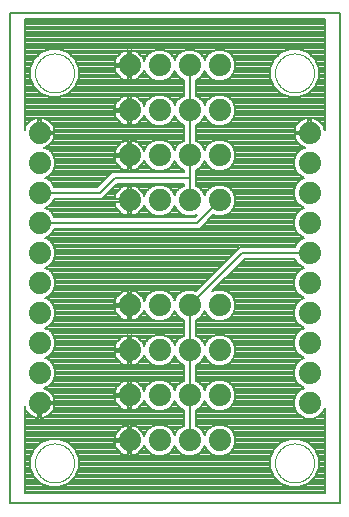
<source format=gtl>
G75*
%MOIN*%
%OFA0B0*%
%FSLAX25Y25*%
%IPPOS*%
%LPD*%
%AMOC8*
5,1,8,0,0,1.08239X$1,22.5*
%
%ADD10C,0.00800*%
%ADD11C,0.00000*%
%ADD12C,0.07400*%
D10*
X0001400Y0032750D02*
X0001400Y0196250D01*
X0111400Y0196250D01*
X0111400Y0032750D01*
X0001400Y0032750D01*
X0006400Y0036250D02*
X0006400Y0065217D01*
X0006426Y0065056D01*
X0006674Y0064292D01*
X0007038Y0063577D01*
X0007510Y0062928D01*
X0008078Y0062360D01*
X0008727Y0061888D01*
X0009442Y0061524D01*
X0010206Y0061276D01*
X0010999Y0061150D01*
X0011000Y0061150D01*
X0011000Y0065850D01*
X0011800Y0065850D01*
X0011800Y0066650D01*
X0016500Y0066650D01*
X0016500Y0066651D01*
X0016374Y0067444D01*
X0016126Y0068208D01*
X0015762Y0068923D01*
X0015290Y0069572D01*
X0014722Y0070140D01*
X0014073Y0070612D01*
X0013358Y0070976D01*
X0012887Y0071129D01*
X0014402Y0071757D01*
X0015893Y0073248D01*
X0016700Y0075196D01*
X0016700Y0077304D01*
X0015893Y0079252D01*
X0014402Y0080743D01*
X0013178Y0081250D01*
X0014402Y0081757D01*
X0015893Y0083248D01*
X0016700Y0085196D01*
X0016700Y0087304D01*
X0015893Y0089252D01*
X0014402Y0090743D01*
X0013178Y0091250D01*
X0014402Y0091757D01*
X0015893Y0093248D01*
X0016700Y0095196D01*
X0016700Y0097304D01*
X0015893Y0099252D01*
X0014402Y0100743D01*
X0013178Y0101250D01*
X0014402Y0101757D01*
X0015893Y0103248D01*
X0016700Y0105196D01*
X0016700Y0107304D01*
X0015893Y0109252D01*
X0014402Y0110743D01*
X0013178Y0111250D01*
X0014402Y0111757D01*
X0015893Y0113248D01*
X0016700Y0115196D01*
X0016700Y0117304D01*
X0015893Y0119252D01*
X0014402Y0120743D01*
X0013178Y0121250D01*
X0014402Y0121757D01*
X0015893Y0123248D01*
X0016308Y0124250D01*
X0064728Y0124250D01*
X0069344Y0128865D01*
X0070346Y0128450D01*
X0072454Y0128450D01*
X0074402Y0129257D01*
X0075893Y0130748D01*
X0076700Y0132696D01*
X0076700Y0134804D01*
X0075893Y0136752D01*
X0074402Y0138243D01*
X0072454Y0139050D01*
X0070346Y0139050D01*
X0068398Y0138243D01*
X0066907Y0136752D01*
X0066400Y0135528D01*
X0065893Y0136752D01*
X0064402Y0138243D01*
X0063400Y0138658D01*
X0063400Y0143842D01*
X0064402Y0144257D01*
X0065893Y0145748D01*
X0066400Y0146972D01*
X0066907Y0145748D01*
X0068398Y0144257D01*
X0070346Y0143450D01*
X0072454Y0143450D01*
X0074402Y0144257D01*
X0075893Y0145748D01*
X0076700Y0147696D01*
X0076700Y0149804D01*
X0075893Y0151752D01*
X0074402Y0153243D01*
X0072454Y0154050D01*
X0070346Y0154050D01*
X0068398Y0153243D01*
X0066907Y0151752D01*
X0066400Y0150528D01*
X0065893Y0151752D01*
X0064402Y0153243D01*
X0063400Y0153658D01*
X0063400Y0158842D01*
X0064402Y0159257D01*
X0065893Y0160748D01*
X0066400Y0161972D01*
X0066907Y0160748D01*
X0068398Y0159257D01*
X0070346Y0158450D01*
X0072454Y0158450D01*
X0074402Y0159257D01*
X0075893Y0160748D01*
X0076700Y0162696D01*
X0076700Y0164804D01*
X0075893Y0166752D01*
X0074402Y0168243D01*
X0072454Y0169050D01*
X0070346Y0169050D01*
X0068398Y0168243D01*
X0066907Y0166752D01*
X0066400Y0165528D01*
X0065893Y0166752D01*
X0064402Y0168243D01*
X0063400Y0168658D01*
X0063400Y0173842D01*
X0064402Y0174257D01*
X0065893Y0175748D01*
X0066400Y0176972D01*
X0066907Y0175748D01*
X0068398Y0174257D01*
X0070346Y0173450D01*
X0072454Y0173450D01*
X0074402Y0174257D01*
X0075893Y0175748D01*
X0076700Y0177696D01*
X0076700Y0179804D01*
X0075893Y0181752D01*
X0074402Y0183243D01*
X0072454Y0184050D01*
X0070346Y0184050D01*
X0068398Y0183243D01*
X0066907Y0181752D01*
X0066400Y0180528D01*
X0065893Y0181752D01*
X0064402Y0183243D01*
X0062454Y0184050D01*
X0060346Y0184050D01*
X0058398Y0183243D01*
X0056907Y0181752D01*
X0056400Y0180528D01*
X0055893Y0181752D01*
X0054402Y0183243D01*
X0052454Y0184050D01*
X0050346Y0184050D01*
X0048398Y0183243D01*
X0046907Y0181752D01*
X0046279Y0180237D01*
X0046126Y0180708D01*
X0045762Y0181423D01*
X0045290Y0182072D01*
X0044722Y0182640D01*
X0044073Y0183112D01*
X0043358Y0183476D01*
X0042594Y0183724D01*
X0041801Y0183850D01*
X0041800Y0183850D01*
X0041800Y0179150D01*
X0041000Y0179150D01*
X0041000Y0183850D01*
X0040999Y0183850D01*
X0040206Y0183724D01*
X0039442Y0183476D01*
X0038727Y0183112D01*
X0038078Y0182640D01*
X0037510Y0182072D01*
X0037038Y0181423D01*
X0036674Y0180708D01*
X0036426Y0179944D01*
X0036300Y0179151D01*
X0036300Y0179150D01*
X0041000Y0179150D01*
X0041000Y0178350D01*
X0041800Y0178350D01*
X0041800Y0173650D01*
X0041801Y0173650D01*
X0042594Y0173776D01*
X0043358Y0174024D01*
X0044073Y0174388D01*
X0044722Y0174860D01*
X0045290Y0175428D01*
X0045762Y0176077D01*
X0046126Y0176792D01*
X0046279Y0177263D01*
X0046907Y0175748D01*
X0048398Y0174257D01*
X0050346Y0173450D01*
X0052454Y0173450D01*
X0054402Y0174257D01*
X0055893Y0175748D01*
X0056400Y0176972D01*
X0056907Y0175748D01*
X0058398Y0174257D01*
X0059400Y0173842D01*
X0059400Y0168658D01*
X0058398Y0168243D01*
X0056907Y0166752D01*
X0056400Y0165528D01*
X0055893Y0166752D01*
X0054402Y0168243D01*
X0052454Y0169050D01*
X0050346Y0169050D01*
X0048398Y0168243D01*
X0046907Y0166752D01*
X0046279Y0165237D01*
X0046126Y0165708D01*
X0045762Y0166423D01*
X0045290Y0167072D01*
X0044722Y0167640D01*
X0044073Y0168112D01*
X0043358Y0168476D01*
X0042594Y0168724D01*
X0041801Y0168850D01*
X0041800Y0168850D01*
X0041800Y0164150D01*
X0041000Y0164150D01*
X0041000Y0168850D01*
X0040999Y0168850D01*
X0040206Y0168724D01*
X0039442Y0168476D01*
X0038727Y0168112D01*
X0038078Y0167640D01*
X0037510Y0167072D01*
X0037038Y0166423D01*
X0036674Y0165708D01*
X0036426Y0164944D01*
X0036300Y0164151D01*
X0036300Y0164150D01*
X0041000Y0164150D01*
X0041000Y0163350D01*
X0036300Y0163350D01*
X0036300Y0163349D01*
X0036426Y0162556D01*
X0036674Y0161792D01*
X0037038Y0161077D01*
X0037510Y0160428D01*
X0038078Y0159860D01*
X0038727Y0159388D01*
X0039442Y0159024D01*
X0040206Y0158776D01*
X0040999Y0158650D01*
X0041000Y0158650D01*
X0041000Y0163350D01*
X0041800Y0163350D01*
X0041800Y0158650D01*
X0041801Y0158650D01*
X0042594Y0158776D01*
X0043358Y0159024D01*
X0044073Y0159388D01*
X0044722Y0159860D01*
X0045290Y0160428D01*
X0045762Y0161077D01*
X0046126Y0161792D01*
X0046279Y0162263D01*
X0046907Y0160748D01*
X0048398Y0159257D01*
X0050346Y0158450D01*
X0052454Y0158450D01*
X0054402Y0159257D01*
X0055893Y0160748D01*
X0056400Y0161972D01*
X0056907Y0160748D01*
X0058398Y0159257D01*
X0059400Y0158842D01*
X0059400Y0153658D01*
X0058398Y0153243D01*
X0056907Y0151752D01*
X0056400Y0150528D01*
X0055893Y0151752D01*
X0054402Y0153243D01*
X0052454Y0154050D01*
X0050346Y0154050D01*
X0048398Y0153243D01*
X0046907Y0151752D01*
X0046279Y0150237D01*
X0046126Y0150708D01*
X0045762Y0151423D01*
X0045290Y0152072D01*
X0044722Y0152640D01*
X0044073Y0153112D01*
X0043358Y0153476D01*
X0042594Y0153724D01*
X0041801Y0153850D01*
X0041800Y0153850D01*
X0041800Y0149150D01*
X0041000Y0149150D01*
X0041000Y0153850D01*
X0040999Y0153850D01*
X0040206Y0153724D01*
X0039442Y0153476D01*
X0038727Y0153112D01*
X0038078Y0152640D01*
X0037510Y0152072D01*
X0037038Y0151423D01*
X0036674Y0150708D01*
X0036426Y0149944D01*
X0036300Y0149151D01*
X0036300Y0149150D01*
X0041000Y0149150D01*
X0041000Y0148350D01*
X0041800Y0148350D01*
X0041800Y0143650D01*
X0041801Y0143650D01*
X0042594Y0143776D01*
X0043358Y0144024D01*
X0044073Y0144388D01*
X0044722Y0144860D01*
X0045290Y0145428D01*
X0045762Y0146077D01*
X0046126Y0146792D01*
X0046279Y0147263D01*
X0046907Y0145748D01*
X0048398Y0144257D01*
X0050346Y0143450D01*
X0052454Y0143450D01*
X0054402Y0144257D01*
X0055893Y0145748D01*
X0056400Y0146972D01*
X0056907Y0145748D01*
X0058398Y0144257D01*
X0059400Y0143842D01*
X0059400Y0143250D01*
X0035572Y0143250D01*
X0034400Y0142078D01*
X0030572Y0138250D01*
X0016308Y0138250D01*
X0015893Y0139252D01*
X0014402Y0140743D01*
X0013178Y0141250D01*
X0014402Y0141757D01*
X0015893Y0143248D01*
X0016700Y0145196D01*
X0016700Y0147304D01*
X0015893Y0149252D01*
X0014402Y0150743D01*
X0012887Y0151371D01*
X0013358Y0151524D01*
X0014073Y0151888D01*
X0014722Y0152360D01*
X0015290Y0152928D01*
X0015762Y0153577D01*
X0016126Y0154292D01*
X0016374Y0155056D01*
X0016500Y0155849D01*
X0016500Y0155850D01*
X0011800Y0155850D01*
X0011800Y0156650D01*
X0011000Y0156650D01*
X0011000Y0161350D01*
X0010999Y0161350D01*
X0010206Y0161224D01*
X0009442Y0160976D01*
X0008727Y0160612D01*
X0008078Y0160140D01*
X0007510Y0159572D01*
X0007038Y0158923D01*
X0006674Y0158208D01*
X0006426Y0157444D01*
X0006400Y0157283D01*
X0006400Y0194250D01*
X0106400Y0194250D01*
X0106400Y0157283D01*
X0106374Y0157444D01*
X0106126Y0158208D01*
X0105762Y0158923D01*
X0105290Y0159572D01*
X0104722Y0160140D01*
X0104073Y0160612D01*
X0103358Y0160976D01*
X0102594Y0161224D01*
X0101801Y0161350D01*
X0101800Y0161350D01*
X0101800Y0156650D01*
X0101000Y0156650D01*
X0101000Y0161350D01*
X0100999Y0161350D01*
X0100206Y0161224D01*
X0099442Y0160976D01*
X0098727Y0160612D01*
X0098078Y0160140D01*
X0097510Y0159572D01*
X0097038Y0158923D01*
X0096674Y0158208D01*
X0096426Y0157444D01*
X0096300Y0156651D01*
X0096300Y0156650D01*
X0101000Y0156650D01*
X0101000Y0155850D01*
X0096300Y0155850D01*
X0096300Y0155849D01*
X0096426Y0155056D01*
X0096674Y0154292D01*
X0097038Y0153577D01*
X0097510Y0152928D01*
X0098078Y0152360D01*
X0098727Y0151888D01*
X0099442Y0151524D01*
X0099913Y0151371D01*
X0098398Y0150743D01*
X0096907Y0149252D01*
X0096100Y0147304D01*
X0096100Y0145196D01*
X0096907Y0143248D01*
X0098398Y0141757D01*
X0099622Y0141250D01*
X0098398Y0140743D01*
X0096907Y0139252D01*
X0096100Y0137304D01*
X0096100Y0135196D01*
X0096907Y0133248D01*
X0098398Y0131757D01*
X0099622Y0131250D01*
X0098398Y0130743D01*
X0096907Y0129252D01*
X0096100Y0127304D01*
X0096100Y0125196D01*
X0096907Y0123248D01*
X0098398Y0121757D01*
X0099622Y0121250D01*
X0098398Y0120743D01*
X0096907Y0119252D01*
X0096492Y0118250D01*
X0078072Y0118250D01*
X0063456Y0103635D01*
X0062454Y0104050D01*
X0060346Y0104050D01*
X0058398Y0103243D01*
X0056907Y0101752D01*
X0056400Y0100528D01*
X0055893Y0101752D01*
X0054402Y0103243D01*
X0052454Y0104050D01*
X0050346Y0104050D01*
X0048398Y0103243D01*
X0046907Y0101752D01*
X0046279Y0100237D01*
X0046126Y0100708D01*
X0045762Y0101423D01*
X0045290Y0102072D01*
X0044722Y0102640D01*
X0044073Y0103112D01*
X0043358Y0103476D01*
X0042594Y0103724D01*
X0041801Y0103850D01*
X0041800Y0103850D01*
X0041800Y0099150D01*
X0041000Y0099150D01*
X0041000Y0103850D01*
X0040999Y0103850D01*
X0040206Y0103724D01*
X0039442Y0103476D01*
X0038727Y0103112D01*
X0038078Y0102640D01*
X0037510Y0102072D01*
X0037038Y0101423D01*
X0036674Y0100708D01*
X0036426Y0099944D01*
X0036300Y0099151D01*
X0036300Y0099150D01*
X0041000Y0099150D01*
X0041000Y0098350D01*
X0041800Y0098350D01*
X0041800Y0093650D01*
X0041801Y0093650D01*
X0042594Y0093776D01*
X0043358Y0094024D01*
X0044073Y0094388D01*
X0044722Y0094860D01*
X0045290Y0095428D01*
X0045762Y0096077D01*
X0046126Y0096792D01*
X0046279Y0097263D01*
X0046907Y0095748D01*
X0048398Y0094257D01*
X0050346Y0093450D01*
X0052454Y0093450D01*
X0054402Y0094257D01*
X0055893Y0095748D01*
X0056400Y0096972D01*
X0056907Y0095748D01*
X0058398Y0094257D01*
X0059400Y0093842D01*
X0059400Y0088658D01*
X0058398Y0088243D01*
X0056907Y0086752D01*
X0056400Y0085528D01*
X0055893Y0086752D01*
X0054402Y0088243D01*
X0052454Y0089050D01*
X0050346Y0089050D01*
X0048398Y0088243D01*
X0046907Y0086752D01*
X0046279Y0085237D01*
X0046126Y0085708D01*
X0045762Y0086423D01*
X0045290Y0087072D01*
X0044722Y0087640D01*
X0044073Y0088112D01*
X0043358Y0088476D01*
X0042594Y0088724D01*
X0041801Y0088850D01*
X0041800Y0088850D01*
X0041800Y0084150D01*
X0041000Y0084150D01*
X0041000Y0088850D01*
X0040999Y0088850D01*
X0040206Y0088724D01*
X0039442Y0088476D01*
X0038727Y0088112D01*
X0038078Y0087640D01*
X0037510Y0087072D01*
X0037038Y0086423D01*
X0036674Y0085708D01*
X0036426Y0084944D01*
X0036300Y0084151D01*
X0036300Y0084150D01*
X0041000Y0084150D01*
X0041000Y0083350D01*
X0041800Y0083350D01*
X0041800Y0078650D01*
X0041801Y0078650D01*
X0042594Y0078776D01*
X0043358Y0079024D01*
X0044073Y0079388D01*
X0044722Y0079860D01*
X0045290Y0080428D01*
X0045762Y0081077D01*
X0046126Y0081792D01*
X0046279Y0082263D01*
X0046907Y0080748D01*
X0048398Y0079257D01*
X0050346Y0078450D01*
X0052454Y0078450D01*
X0054402Y0079257D01*
X0055893Y0080748D01*
X0056400Y0081972D01*
X0056907Y0080748D01*
X0058398Y0079257D01*
X0059400Y0078842D01*
X0059400Y0073658D01*
X0058398Y0073243D01*
X0056907Y0071752D01*
X0056400Y0070528D01*
X0055893Y0071752D01*
X0054402Y0073243D01*
X0052454Y0074050D01*
X0050346Y0074050D01*
X0048398Y0073243D01*
X0046907Y0071752D01*
X0046279Y0070237D01*
X0046126Y0070708D01*
X0045762Y0071423D01*
X0045290Y0072072D01*
X0044722Y0072640D01*
X0044073Y0073112D01*
X0043358Y0073476D01*
X0042594Y0073724D01*
X0041801Y0073850D01*
X0041800Y0073850D01*
X0041800Y0069150D01*
X0041000Y0069150D01*
X0041000Y0073850D01*
X0040999Y0073850D01*
X0040206Y0073724D01*
X0039442Y0073476D01*
X0038727Y0073112D01*
X0038078Y0072640D01*
X0037510Y0072072D01*
X0037038Y0071423D01*
X0036674Y0070708D01*
X0036426Y0069944D01*
X0036300Y0069151D01*
X0036300Y0069150D01*
X0041000Y0069150D01*
X0041000Y0068350D01*
X0041800Y0068350D01*
X0041800Y0063650D01*
X0041801Y0063650D01*
X0042594Y0063776D01*
X0043358Y0064024D01*
X0044073Y0064388D01*
X0044722Y0064860D01*
X0045290Y0065428D01*
X0045762Y0066077D01*
X0046126Y0066792D01*
X0046279Y0067263D01*
X0046907Y0065748D01*
X0048398Y0064257D01*
X0050346Y0063450D01*
X0052454Y0063450D01*
X0054402Y0064257D01*
X0055893Y0065748D01*
X0056400Y0066972D01*
X0056907Y0065748D01*
X0058398Y0064257D01*
X0059400Y0063842D01*
X0059400Y0058658D01*
X0058398Y0058243D01*
X0056907Y0056752D01*
X0056400Y0055528D01*
X0055893Y0056752D01*
X0054402Y0058243D01*
X0052454Y0059050D01*
X0050346Y0059050D01*
X0048398Y0058243D01*
X0046907Y0056752D01*
X0046279Y0055237D01*
X0046126Y0055708D01*
X0045762Y0056423D01*
X0045290Y0057072D01*
X0044722Y0057640D01*
X0044073Y0058112D01*
X0043358Y0058476D01*
X0042594Y0058724D01*
X0041801Y0058850D01*
X0041800Y0058850D01*
X0041800Y0054150D01*
X0041000Y0054150D01*
X0041000Y0058850D01*
X0040999Y0058850D01*
X0040206Y0058724D01*
X0039442Y0058476D01*
X0038727Y0058112D01*
X0038078Y0057640D01*
X0037510Y0057072D01*
X0037038Y0056423D01*
X0036674Y0055708D01*
X0036426Y0054944D01*
X0036300Y0054151D01*
X0036300Y0054150D01*
X0041000Y0054150D01*
X0041000Y0053350D01*
X0041800Y0053350D01*
X0041800Y0048650D01*
X0041801Y0048650D01*
X0042594Y0048776D01*
X0043358Y0049024D01*
X0044073Y0049388D01*
X0044722Y0049860D01*
X0045290Y0050428D01*
X0045762Y0051077D01*
X0046126Y0051792D01*
X0046279Y0052263D01*
X0046907Y0050748D01*
X0048398Y0049257D01*
X0050346Y0048450D01*
X0052454Y0048450D01*
X0054402Y0049257D01*
X0055893Y0050748D01*
X0056400Y0051972D01*
X0056907Y0050748D01*
X0058398Y0049257D01*
X0060346Y0048450D01*
X0062454Y0048450D01*
X0064402Y0049257D01*
X0065893Y0050748D01*
X0066400Y0051972D01*
X0066907Y0050748D01*
X0068398Y0049257D01*
X0070346Y0048450D01*
X0072454Y0048450D01*
X0074402Y0049257D01*
X0075893Y0050748D01*
X0076700Y0052696D01*
X0076700Y0054804D01*
X0075893Y0056752D01*
X0074402Y0058243D01*
X0072454Y0059050D01*
X0070346Y0059050D01*
X0068398Y0058243D01*
X0066907Y0056752D01*
X0066400Y0055528D01*
X0065893Y0056752D01*
X0064402Y0058243D01*
X0063400Y0058658D01*
X0063400Y0063842D01*
X0064402Y0064257D01*
X0065893Y0065748D01*
X0066400Y0066972D01*
X0066907Y0065748D01*
X0068398Y0064257D01*
X0070346Y0063450D01*
X0072454Y0063450D01*
X0074402Y0064257D01*
X0075893Y0065748D01*
X0076700Y0067696D01*
X0076700Y0069804D01*
X0075893Y0071752D01*
X0074402Y0073243D01*
X0072454Y0074050D01*
X0070346Y0074050D01*
X0068398Y0073243D01*
X0066907Y0071752D01*
X0066400Y0070528D01*
X0065893Y0071752D01*
X0064402Y0073243D01*
X0063400Y0073658D01*
X0063400Y0078842D01*
X0064402Y0079257D01*
X0065893Y0080748D01*
X0066400Y0081972D01*
X0066907Y0080748D01*
X0068398Y0079257D01*
X0070346Y0078450D01*
X0072454Y0078450D01*
X0074402Y0079257D01*
X0075893Y0080748D01*
X0076700Y0082696D01*
X0076700Y0084804D01*
X0075893Y0086752D01*
X0074402Y0088243D01*
X0072454Y0089050D01*
X0070346Y0089050D01*
X0068398Y0088243D01*
X0066907Y0086752D01*
X0066400Y0085528D01*
X0065893Y0086752D01*
X0064402Y0088243D01*
X0063400Y0088658D01*
X0063400Y0093842D01*
X0064402Y0094257D01*
X0065893Y0095748D01*
X0066400Y0096972D01*
X0066907Y0095748D01*
X0068398Y0094257D01*
X0070346Y0093450D01*
X0072454Y0093450D01*
X0074402Y0094257D01*
X0075893Y0095748D01*
X0076700Y0097696D01*
X0076700Y0099804D01*
X0075893Y0101752D01*
X0074402Y0103243D01*
X0072454Y0104050D01*
X0070346Y0104050D01*
X0068950Y0103472D01*
X0079728Y0114250D01*
X0096492Y0114250D01*
X0096907Y0113248D01*
X0098398Y0111757D01*
X0099622Y0111250D01*
X0098398Y0110743D01*
X0096907Y0109252D01*
X0096100Y0107304D01*
X0096100Y0105196D01*
X0096907Y0103248D01*
X0098398Y0101757D01*
X0099622Y0101250D01*
X0098398Y0100743D01*
X0096907Y0099252D01*
X0096100Y0097304D01*
X0096100Y0095196D01*
X0096907Y0093248D01*
X0098398Y0091757D01*
X0099622Y0091250D01*
X0098398Y0090743D01*
X0096907Y0089252D01*
X0096100Y0087304D01*
X0096100Y0085196D01*
X0096907Y0083248D01*
X0098398Y0081757D01*
X0099622Y0081250D01*
X0098398Y0080743D01*
X0096907Y0079252D01*
X0096100Y0077304D01*
X0096100Y0075196D01*
X0096907Y0073248D01*
X0098398Y0071757D01*
X0099622Y0071250D01*
X0098398Y0070743D01*
X0096907Y0069252D01*
X0096100Y0067304D01*
X0096100Y0065196D01*
X0096907Y0063248D01*
X0098398Y0061757D01*
X0100346Y0060950D01*
X0102454Y0060950D01*
X0104402Y0061757D01*
X0105893Y0063248D01*
X0106400Y0064472D01*
X0106400Y0036250D01*
X0006400Y0036250D01*
X0006400Y0036728D02*
X0106400Y0036728D01*
X0106400Y0037526D02*
X0006400Y0037526D01*
X0006400Y0038325D02*
X0014366Y0038325D01*
X0014789Y0038150D02*
X0018011Y0038150D01*
X0020988Y0039383D01*
X0023267Y0041662D01*
X0024500Y0044639D01*
X0024500Y0047861D01*
X0023267Y0050838D01*
X0020988Y0053117D01*
X0018011Y0054350D01*
X0014789Y0054350D01*
X0011812Y0053117D01*
X0009533Y0050838D01*
X0008300Y0047861D01*
X0008300Y0044639D01*
X0009533Y0041662D01*
X0011812Y0039383D01*
X0014789Y0038150D01*
X0012439Y0039123D02*
X0006400Y0039123D01*
X0006400Y0039922D02*
X0011273Y0039922D01*
X0010474Y0040720D02*
X0006400Y0040720D01*
X0006400Y0041519D02*
X0009676Y0041519D01*
X0009262Y0042318D02*
X0006400Y0042318D01*
X0006400Y0043116D02*
X0008931Y0043116D01*
X0008600Y0043915D02*
X0006400Y0043915D01*
X0006400Y0044713D02*
X0008300Y0044713D01*
X0008300Y0045512D02*
X0006400Y0045512D01*
X0006400Y0046310D02*
X0008300Y0046310D01*
X0008300Y0047109D02*
X0006400Y0047109D01*
X0006400Y0047907D02*
X0008319Y0047907D01*
X0008650Y0048706D02*
X0006400Y0048706D01*
X0006400Y0049504D02*
X0008981Y0049504D01*
X0009311Y0050303D02*
X0006400Y0050303D01*
X0006400Y0051101D02*
X0009796Y0051101D01*
X0010595Y0051900D02*
X0006400Y0051900D01*
X0006400Y0052698D02*
X0011393Y0052698D01*
X0012729Y0053497D02*
X0006400Y0053497D01*
X0006400Y0054295D02*
X0014656Y0054295D01*
X0012594Y0061276D02*
X0011801Y0061150D01*
X0011800Y0061150D01*
X0011800Y0065850D01*
X0016500Y0065850D01*
X0016500Y0065849D01*
X0016374Y0065056D01*
X0016126Y0064292D01*
X0015762Y0063577D01*
X0015290Y0062928D01*
X0014722Y0062360D01*
X0014073Y0061888D01*
X0013358Y0061524D01*
X0012594Y0061276D01*
X0013229Y0061482D02*
X0059400Y0061482D01*
X0059400Y0062280D02*
X0014613Y0062280D01*
X0015400Y0063079D02*
X0059400Y0063079D01*
X0059314Y0063877D02*
X0053486Y0063877D01*
X0054821Y0064676D02*
X0057979Y0064676D01*
X0057180Y0065474D02*
X0055620Y0065474D01*
X0056111Y0066273D02*
X0056689Y0066273D01*
X0056622Y0071064D02*
X0056178Y0071064D01*
X0055783Y0071862D02*
X0057017Y0071862D01*
X0057816Y0072661D02*
X0054984Y0072661D01*
X0053880Y0073459D02*
X0058920Y0073459D01*
X0059400Y0074258D02*
X0016312Y0074258D01*
X0016642Y0075056D02*
X0059400Y0075056D01*
X0059400Y0075855D02*
X0016700Y0075855D01*
X0016700Y0076653D02*
X0059400Y0076653D01*
X0059400Y0077452D02*
X0016639Y0077452D01*
X0016308Y0078251D02*
X0059400Y0078251D01*
X0058900Y0079049D02*
X0053900Y0079049D01*
X0054993Y0079848D02*
X0057807Y0079848D01*
X0057009Y0080646D02*
X0055791Y0080646D01*
X0056182Y0081445D02*
X0056618Y0081445D01*
X0056693Y0086236D02*
X0056107Y0086236D01*
X0055611Y0087034D02*
X0057189Y0087034D01*
X0057987Y0087833D02*
X0054813Y0087833D01*
X0053465Y0088631D02*
X0059335Y0088631D01*
X0059400Y0089430D02*
X0015716Y0089430D01*
X0016150Y0088631D02*
X0039919Y0088631D01*
X0041000Y0088631D02*
X0041800Y0088631D01*
X0041800Y0087833D02*
X0041000Y0087833D01*
X0041000Y0087034D02*
X0041800Y0087034D01*
X0041800Y0086236D02*
X0041000Y0086236D01*
X0041000Y0085437D02*
X0041800Y0085437D01*
X0041800Y0084639D02*
X0041000Y0084639D01*
X0041000Y0083840D02*
X0016138Y0083840D01*
X0016469Y0084639D02*
X0036377Y0084639D01*
X0036586Y0085437D02*
X0016700Y0085437D01*
X0016700Y0086236D02*
X0036943Y0086236D01*
X0037482Y0087034D02*
X0016700Y0087034D01*
X0016481Y0087833D02*
X0038343Y0087833D01*
X0036300Y0083350D02*
X0036300Y0083349D01*
X0036426Y0082556D01*
X0036674Y0081792D01*
X0037038Y0081077D01*
X0037510Y0080428D01*
X0038078Y0079860D01*
X0038727Y0079388D01*
X0039442Y0079024D01*
X0040206Y0078776D01*
X0040999Y0078650D01*
X0041000Y0078650D01*
X0041000Y0083350D01*
X0036300Y0083350D01*
X0036349Y0083042D02*
X0015687Y0083042D01*
X0014888Y0082243D02*
X0036527Y0082243D01*
X0036851Y0081445D02*
X0013648Y0081445D01*
X0014499Y0080646D02*
X0037351Y0080646D01*
X0038095Y0079848D02*
X0015298Y0079848D01*
X0015977Y0079049D02*
X0039392Y0079049D01*
X0041000Y0079049D02*
X0041800Y0079049D01*
X0041800Y0079848D02*
X0041000Y0079848D01*
X0041000Y0080646D02*
X0041800Y0080646D01*
X0041800Y0081445D02*
X0041000Y0081445D01*
X0041000Y0082243D02*
X0041800Y0082243D01*
X0041800Y0083042D02*
X0041000Y0083042D01*
X0043408Y0079049D02*
X0048900Y0079049D01*
X0047807Y0079848D02*
X0044705Y0079848D01*
X0045449Y0080646D02*
X0047009Y0080646D01*
X0046618Y0081445D02*
X0045949Y0081445D01*
X0046273Y0082243D02*
X0046287Y0082243D01*
X0046214Y0085437D02*
X0046362Y0085437D01*
X0046693Y0086236D02*
X0045857Y0086236D01*
X0045318Y0087034D02*
X0047189Y0087034D01*
X0047987Y0087833D02*
X0044457Y0087833D01*
X0042881Y0088631D02*
X0049335Y0088631D01*
X0048485Y0094221D02*
X0043745Y0094221D01*
X0044882Y0095019D02*
X0047635Y0095019D01*
X0046878Y0095818D02*
X0045574Y0095818D01*
X0046037Y0096616D02*
X0046547Y0096616D01*
X0046433Y0100609D02*
X0046158Y0100609D01*
X0045770Y0101407D02*
X0046764Y0101407D01*
X0047361Y0102206D02*
X0045157Y0102206D01*
X0044221Y0103004D02*
X0048159Y0103004D01*
X0049749Y0103803D02*
X0042099Y0103803D01*
X0041800Y0103803D02*
X0041000Y0103803D01*
X0040701Y0103803D02*
X0016123Y0103803D01*
X0016454Y0104601D02*
X0064423Y0104601D01*
X0063624Y0103803D02*
X0063051Y0103803D01*
X0065221Y0105400D02*
X0016700Y0105400D01*
X0016700Y0106198D02*
X0066020Y0106198D01*
X0066819Y0106997D02*
X0016700Y0106997D01*
X0016497Y0107795D02*
X0067617Y0107795D01*
X0068416Y0108594D02*
X0016166Y0108594D01*
X0015753Y0109392D02*
X0069214Y0109392D01*
X0070013Y0110191D02*
X0014954Y0110191D01*
X0013807Y0110989D02*
X0070811Y0110989D01*
X0071610Y0111788D02*
X0014433Y0111788D01*
X0015232Y0112587D02*
X0072408Y0112587D01*
X0073207Y0113385D02*
X0015950Y0113385D01*
X0016281Y0114184D02*
X0074005Y0114184D01*
X0074804Y0114982D02*
X0016611Y0114982D01*
X0016700Y0115781D02*
X0075602Y0115781D01*
X0076401Y0116579D02*
X0016700Y0116579D01*
X0016670Y0117378D02*
X0077199Y0117378D01*
X0077998Y0118176D02*
X0016339Y0118176D01*
X0016008Y0118975D02*
X0096792Y0118975D01*
X0097428Y0119773D02*
X0015372Y0119773D01*
X0014574Y0120572D02*
X0098226Y0120572D01*
X0099331Y0121370D02*
X0013468Y0121370D01*
X0014814Y0122169D02*
X0097986Y0122169D01*
X0097188Y0122967D02*
X0015612Y0122967D01*
X0016108Y0123766D02*
X0096692Y0123766D01*
X0096362Y0124564D02*
X0065043Y0124564D01*
X0065841Y0125363D02*
X0096100Y0125363D01*
X0096100Y0126161D02*
X0066640Y0126161D01*
X0067438Y0126960D02*
X0096100Y0126960D01*
X0096288Y0127758D02*
X0068237Y0127758D01*
X0069035Y0128557D02*
X0070088Y0128557D01*
X0072712Y0128557D02*
X0096619Y0128557D01*
X0097010Y0129355D02*
X0074501Y0129355D01*
X0075299Y0130154D02*
X0097808Y0130154D01*
X0098903Y0130952D02*
X0075978Y0130952D01*
X0076309Y0131751D02*
X0098413Y0131751D01*
X0097605Y0132549D02*
X0076639Y0132549D01*
X0076700Y0133348D02*
X0096865Y0133348D01*
X0096535Y0134146D02*
X0076700Y0134146D01*
X0076642Y0134945D02*
X0096204Y0134945D01*
X0096100Y0135743D02*
X0076311Y0135743D01*
X0075980Y0136542D02*
X0096100Y0136542D01*
X0096115Y0137340D02*
X0075305Y0137340D01*
X0074506Y0138139D02*
X0096446Y0138139D01*
X0096776Y0138937D02*
X0072726Y0138937D01*
X0070074Y0138937D02*
X0063400Y0138937D01*
X0063400Y0139736D02*
X0097391Y0139736D01*
X0098189Y0140534D02*
X0063400Y0140534D01*
X0063400Y0141333D02*
X0099421Y0141333D01*
X0098023Y0142131D02*
X0063400Y0142131D01*
X0063400Y0142930D02*
X0097225Y0142930D01*
X0096708Y0143728D02*
X0073126Y0143728D01*
X0074672Y0144527D02*
X0096377Y0144527D01*
X0096100Y0145325D02*
X0075471Y0145325D01*
X0076049Y0146124D02*
X0096100Y0146124D01*
X0096100Y0146922D02*
X0076380Y0146922D01*
X0076700Y0147721D02*
X0096273Y0147721D01*
X0096603Y0148520D02*
X0076700Y0148520D01*
X0076700Y0149318D02*
X0096973Y0149318D01*
X0097771Y0150117D02*
X0076571Y0150117D01*
X0076240Y0150915D02*
X0098813Y0150915D01*
X0099070Y0151714D02*
X0075909Y0151714D01*
X0075133Y0152512D02*
X0097925Y0152512D01*
X0097232Y0153311D02*
X0074239Y0153311D01*
X0073541Y0158900D02*
X0097026Y0158900D01*
X0096639Y0158102D02*
X0063400Y0158102D01*
X0063400Y0157303D02*
X0096403Y0157303D01*
X0096323Y0155706D02*
X0063400Y0155706D01*
X0063400Y0154908D02*
X0096474Y0154908D01*
X0096767Y0154109D02*
X0063400Y0154109D01*
X0064239Y0153311D02*
X0068561Y0153311D01*
X0067667Y0152512D02*
X0065133Y0152512D01*
X0065909Y0151714D02*
X0066891Y0151714D01*
X0066560Y0150915D02*
X0066240Y0150915D01*
X0066380Y0146922D02*
X0066420Y0146922D01*
X0066751Y0146124D02*
X0066049Y0146124D01*
X0065471Y0145325D02*
X0067329Y0145325D01*
X0068128Y0144527D02*
X0064672Y0144527D01*
X0063400Y0143728D02*
X0069674Y0143728D01*
X0068294Y0138139D02*
X0064506Y0138139D01*
X0065305Y0137340D02*
X0067495Y0137340D01*
X0066820Y0136542D02*
X0065980Y0136542D01*
X0066311Y0135743D02*
X0066489Y0135743D01*
X0063850Y0129028D02*
X0063072Y0128250D01*
X0016308Y0128250D01*
X0015893Y0129252D01*
X0014402Y0130743D01*
X0013178Y0131250D01*
X0014402Y0131757D01*
X0015893Y0133248D01*
X0016308Y0134250D01*
X0032228Y0134250D01*
X0037228Y0139250D01*
X0059400Y0139250D01*
X0059400Y0138658D01*
X0058398Y0138243D01*
X0056907Y0136752D01*
X0056400Y0135528D01*
X0055893Y0136752D01*
X0054402Y0138243D01*
X0052454Y0139050D01*
X0050346Y0139050D01*
X0048398Y0138243D01*
X0046907Y0136752D01*
X0046279Y0135237D01*
X0046126Y0135708D01*
X0045762Y0136423D01*
X0045290Y0137072D01*
X0044722Y0137640D01*
X0044073Y0138112D01*
X0043358Y0138476D01*
X0042594Y0138724D01*
X0041801Y0138850D01*
X0041800Y0138850D01*
X0041800Y0134150D01*
X0041000Y0134150D01*
X0041000Y0138850D01*
X0040999Y0138850D01*
X0040206Y0138724D01*
X0039442Y0138476D01*
X0038727Y0138112D01*
X0038078Y0137640D01*
X0037510Y0137072D01*
X0037038Y0136423D01*
X0036674Y0135708D01*
X0036426Y0134944D01*
X0036300Y0134151D01*
X0036300Y0134150D01*
X0041000Y0134150D01*
X0041000Y0133350D01*
X0041800Y0133350D01*
X0041800Y0128650D01*
X0041801Y0128650D01*
X0042594Y0128776D01*
X0043358Y0129024D01*
X0044073Y0129388D01*
X0044722Y0129860D01*
X0045290Y0130428D01*
X0045762Y0131077D01*
X0046126Y0131792D01*
X0046279Y0132263D01*
X0046907Y0130748D01*
X0048398Y0129257D01*
X0050346Y0128450D01*
X0052454Y0128450D01*
X0054402Y0129257D01*
X0055893Y0130748D01*
X0056400Y0131972D01*
X0056907Y0130748D01*
X0058398Y0129257D01*
X0060346Y0128450D01*
X0062454Y0128450D01*
X0063850Y0129028D01*
X0063378Y0128557D02*
X0062712Y0128557D01*
X0063900Y0126250D02*
X0071400Y0133750D01*
X0063900Y0126250D02*
X0011400Y0126250D01*
X0013897Y0130952D02*
X0037129Y0130952D01*
X0037038Y0131077D02*
X0037510Y0130428D01*
X0038078Y0129860D01*
X0038727Y0129388D01*
X0039442Y0129024D01*
X0040206Y0128776D01*
X0040999Y0128650D01*
X0041000Y0128650D01*
X0041000Y0133350D01*
X0036300Y0133350D01*
X0036300Y0133349D01*
X0036426Y0132556D01*
X0036674Y0131792D01*
X0037038Y0131077D01*
X0036695Y0131751D02*
X0014387Y0131751D01*
X0015195Y0132549D02*
X0036428Y0132549D01*
X0036300Y0133348D02*
X0015935Y0133348D01*
X0016265Y0134146D02*
X0041000Y0134146D01*
X0041000Y0133348D02*
X0041800Y0133348D01*
X0041800Y0132549D02*
X0041000Y0132549D01*
X0041000Y0131751D02*
X0041800Y0131751D01*
X0041800Y0130952D02*
X0041000Y0130952D01*
X0041000Y0130154D02*
X0041800Y0130154D01*
X0041800Y0129355D02*
X0041000Y0129355D01*
X0038791Y0129355D02*
X0015790Y0129355D01*
X0016181Y0128557D02*
X0050088Y0128557D01*
X0048299Y0129355D02*
X0044009Y0129355D01*
X0045016Y0130154D02*
X0047501Y0130154D01*
X0046822Y0130952D02*
X0045671Y0130952D01*
X0046105Y0131751D02*
X0046491Y0131751D01*
X0046489Y0135743D02*
X0046108Y0135743D01*
X0045676Y0136542D02*
X0046820Y0136542D01*
X0047495Y0137340D02*
X0045022Y0137340D01*
X0044020Y0138139D02*
X0048294Y0138139D01*
X0050074Y0138937D02*
X0036916Y0138937D01*
X0036117Y0138139D02*
X0038780Y0138139D01*
X0037778Y0137340D02*
X0035319Y0137340D01*
X0034520Y0136542D02*
X0037124Y0136542D01*
X0036692Y0135743D02*
X0033722Y0135743D01*
X0032923Y0134945D02*
X0036426Y0134945D01*
X0037784Y0130154D02*
X0014992Y0130154D01*
X0011400Y0136250D02*
X0031400Y0136250D01*
X0036400Y0141250D01*
X0061400Y0141250D01*
X0061400Y0133750D01*
X0060088Y0128557D02*
X0052712Y0128557D01*
X0054501Y0129355D02*
X0058299Y0129355D01*
X0057501Y0130154D02*
X0055299Y0130154D01*
X0055978Y0130952D02*
X0056822Y0130952D01*
X0056491Y0131751D02*
X0056309Y0131751D01*
X0056311Y0135743D02*
X0056489Y0135743D01*
X0056820Y0136542D02*
X0055980Y0136542D01*
X0055305Y0137340D02*
X0057495Y0137340D01*
X0058294Y0138139D02*
X0054506Y0138139D01*
X0052726Y0138937D02*
X0059400Y0138937D01*
X0061400Y0141250D02*
X0061400Y0148750D01*
X0061400Y0163750D01*
X0061400Y0178750D01*
X0059390Y0183654D02*
X0053410Y0183654D01*
X0054790Y0182855D02*
X0058010Y0182855D01*
X0057212Y0182057D02*
X0055588Y0182057D01*
X0056098Y0181258D02*
X0056702Y0181258D01*
X0056609Y0176467D02*
X0056191Y0176467D01*
X0055814Y0175669D02*
X0056986Y0175669D01*
X0057784Y0174870D02*
X0055016Y0174870D01*
X0053956Y0174072D02*
X0058844Y0174072D01*
X0059400Y0173273D02*
X0023934Y0173273D01*
X0023604Y0172475D02*
X0059400Y0172475D01*
X0059400Y0171676D02*
X0023273Y0171676D01*
X0023267Y0171662D02*
X0024500Y0174639D01*
X0024500Y0177861D01*
X0023267Y0180838D01*
X0020988Y0183117D01*
X0018011Y0184350D01*
X0014789Y0184350D01*
X0011812Y0183117D01*
X0009533Y0180838D01*
X0008300Y0177861D01*
X0008300Y0174639D01*
X0009533Y0171662D01*
X0011812Y0169383D01*
X0014789Y0168150D01*
X0018011Y0168150D01*
X0020988Y0169383D01*
X0023267Y0171662D01*
X0022483Y0170878D02*
X0059400Y0170878D01*
X0059400Y0170079D02*
X0021684Y0170079D01*
X0020741Y0169281D02*
X0059400Y0169281D01*
X0058975Y0168482D02*
X0053825Y0168482D01*
X0054962Y0167684D02*
X0057838Y0167684D01*
X0057040Y0166885D02*
X0055760Y0166885D01*
X0056169Y0166087D02*
X0056631Y0166087D01*
X0056680Y0161296D02*
X0056120Y0161296D01*
X0055643Y0160497D02*
X0057157Y0160497D01*
X0057956Y0159699D02*
X0054844Y0159699D01*
X0053541Y0158900D02*
X0059259Y0158900D01*
X0059400Y0158102D02*
X0016161Y0158102D01*
X0016126Y0158208D02*
X0015762Y0158923D01*
X0015290Y0159572D01*
X0014722Y0160140D01*
X0014073Y0160612D01*
X0013358Y0160976D01*
X0012594Y0161224D01*
X0011801Y0161350D01*
X0011800Y0161350D01*
X0011800Y0156650D01*
X0016500Y0156650D01*
X0016500Y0156651D01*
X0016374Y0157444D01*
X0016126Y0158208D01*
X0015774Y0158900D02*
X0039822Y0158900D01*
X0041000Y0158900D02*
X0041800Y0158900D01*
X0041800Y0159699D02*
X0041000Y0159699D01*
X0041000Y0160497D02*
X0041800Y0160497D01*
X0041800Y0161296D02*
X0041000Y0161296D01*
X0041000Y0162094D02*
X0041800Y0162094D01*
X0041800Y0162893D02*
X0041000Y0162893D01*
X0041000Y0163691D02*
X0006400Y0163691D01*
X0006400Y0162893D02*
X0036372Y0162893D01*
X0036576Y0162094D02*
X0006400Y0162094D01*
X0006400Y0161296D02*
X0010656Y0161296D01*
X0011000Y0161296D02*
X0011800Y0161296D01*
X0012144Y0161296D02*
X0036927Y0161296D01*
X0037459Y0160497D02*
X0014231Y0160497D01*
X0015164Y0159699D02*
X0038300Y0159699D01*
X0036354Y0164490D02*
X0006400Y0164490D01*
X0006400Y0165288D02*
X0036537Y0165288D01*
X0036867Y0166087D02*
X0006400Y0166087D01*
X0006400Y0166885D02*
X0037374Y0166885D01*
X0038138Y0167684D02*
X0006400Y0167684D01*
X0006400Y0168482D02*
X0013987Y0168482D01*
X0012059Y0169281D02*
X0006400Y0169281D01*
X0006400Y0170079D02*
X0011116Y0170079D01*
X0010317Y0170878D02*
X0006400Y0170878D01*
X0006400Y0171676D02*
X0009527Y0171676D01*
X0009196Y0172475D02*
X0006400Y0172475D01*
X0006400Y0173273D02*
X0008866Y0173273D01*
X0008535Y0174072D02*
X0006400Y0174072D01*
X0006400Y0174870D02*
X0008300Y0174870D01*
X0008300Y0175669D02*
X0006400Y0175669D01*
X0006400Y0176467D02*
X0008300Y0176467D01*
X0008300Y0177266D02*
X0006400Y0177266D01*
X0006400Y0178064D02*
X0008384Y0178064D01*
X0008715Y0178863D02*
X0006400Y0178863D01*
X0006400Y0179661D02*
X0009046Y0179661D01*
X0009376Y0180460D02*
X0006400Y0180460D01*
X0006400Y0181258D02*
X0009953Y0181258D01*
X0010752Y0182057D02*
X0006400Y0182057D01*
X0006400Y0182855D02*
X0011550Y0182855D01*
X0013109Y0183654D02*
X0006400Y0183654D01*
X0006400Y0184453D02*
X0106400Y0184453D01*
X0106400Y0185251D02*
X0006400Y0185251D01*
X0006400Y0186050D02*
X0106400Y0186050D01*
X0106400Y0186848D02*
X0006400Y0186848D01*
X0006400Y0187647D02*
X0106400Y0187647D01*
X0106400Y0188445D02*
X0006400Y0188445D01*
X0006400Y0189244D02*
X0106400Y0189244D01*
X0106400Y0190042D02*
X0006400Y0190042D01*
X0006400Y0190841D02*
X0106400Y0190841D01*
X0106400Y0191639D02*
X0006400Y0191639D01*
X0006400Y0192438D02*
X0106400Y0192438D01*
X0106400Y0193236D02*
X0006400Y0193236D01*
X0006400Y0194035D02*
X0106400Y0194035D01*
X0106400Y0183654D02*
X0099691Y0183654D01*
X0100988Y0183117D02*
X0098011Y0184350D01*
X0094789Y0184350D01*
X0091812Y0183117D01*
X0089533Y0180838D01*
X0088300Y0177861D01*
X0088300Y0174639D01*
X0089533Y0171662D01*
X0091812Y0169383D01*
X0094789Y0168150D01*
X0098011Y0168150D01*
X0100988Y0169383D01*
X0103267Y0171662D01*
X0104500Y0174639D01*
X0104500Y0177861D01*
X0103267Y0180838D01*
X0100988Y0183117D01*
X0101250Y0182855D02*
X0106400Y0182855D01*
X0106400Y0182057D02*
X0102048Y0182057D01*
X0102847Y0181258D02*
X0106400Y0181258D01*
X0106400Y0180460D02*
X0103424Y0180460D01*
X0103754Y0179661D02*
X0106400Y0179661D01*
X0106400Y0178863D02*
X0104085Y0178863D01*
X0104416Y0178064D02*
X0106400Y0178064D01*
X0106400Y0177266D02*
X0104500Y0177266D01*
X0104500Y0176467D02*
X0106400Y0176467D01*
X0106400Y0175669D02*
X0104500Y0175669D01*
X0104500Y0174870D02*
X0106400Y0174870D01*
X0106400Y0174072D02*
X0104265Y0174072D01*
X0103934Y0173273D02*
X0106400Y0173273D01*
X0106400Y0172475D02*
X0103604Y0172475D01*
X0103273Y0171676D02*
X0106400Y0171676D01*
X0106400Y0170878D02*
X0102483Y0170878D01*
X0101684Y0170079D02*
X0106400Y0170079D01*
X0106400Y0169281D02*
X0100741Y0169281D01*
X0098813Y0168482D02*
X0106400Y0168482D01*
X0106400Y0167684D02*
X0074962Y0167684D01*
X0075760Y0166885D02*
X0106400Y0166885D01*
X0106400Y0166087D02*
X0076169Y0166087D01*
X0076500Y0165288D02*
X0106400Y0165288D01*
X0106400Y0164490D02*
X0076700Y0164490D01*
X0076700Y0163691D02*
X0106400Y0163691D01*
X0106400Y0162893D02*
X0076700Y0162893D01*
X0076451Y0162094D02*
X0106400Y0162094D01*
X0106400Y0161296D02*
X0102144Y0161296D01*
X0101800Y0161296D02*
X0101000Y0161296D01*
X0100656Y0161296D02*
X0076120Y0161296D01*
X0075643Y0160497D02*
X0098569Y0160497D01*
X0097636Y0159699D02*
X0074844Y0159699D01*
X0073825Y0168482D02*
X0093987Y0168482D01*
X0092059Y0169281D02*
X0063400Y0169281D01*
X0063400Y0170079D02*
X0091116Y0170079D01*
X0090317Y0170878D02*
X0063400Y0170878D01*
X0063400Y0171676D02*
X0089527Y0171676D01*
X0089196Y0172475D02*
X0063400Y0172475D01*
X0063400Y0173273D02*
X0088866Y0173273D01*
X0088535Y0174072D02*
X0073956Y0174072D01*
X0075016Y0174870D02*
X0088300Y0174870D01*
X0088300Y0175669D02*
X0075814Y0175669D01*
X0076191Y0176467D02*
X0088300Y0176467D01*
X0088300Y0177266D02*
X0076522Y0177266D01*
X0076700Y0178064D02*
X0088384Y0178064D01*
X0088715Y0178863D02*
X0076700Y0178863D01*
X0076700Y0179661D02*
X0089046Y0179661D01*
X0089376Y0180460D02*
X0076428Y0180460D01*
X0076098Y0181258D02*
X0089953Y0181258D01*
X0090752Y0182057D02*
X0075588Y0182057D01*
X0074790Y0182855D02*
X0091550Y0182855D01*
X0093109Y0183654D02*
X0073410Y0183654D01*
X0069390Y0183654D02*
X0063410Y0183654D01*
X0064790Y0182855D02*
X0068010Y0182855D01*
X0067212Y0182057D02*
X0065588Y0182057D01*
X0066098Y0181258D02*
X0066702Y0181258D01*
X0066609Y0176467D02*
X0066191Y0176467D01*
X0065814Y0175669D02*
X0066986Y0175669D01*
X0067784Y0174870D02*
X0065016Y0174870D01*
X0063956Y0174072D02*
X0068844Y0174072D01*
X0068975Y0168482D02*
X0063825Y0168482D01*
X0064962Y0167684D02*
X0067838Y0167684D01*
X0067040Y0166885D02*
X0065760Y0166885D01*
X0066169Y0166087D02*
X0066631Y0166087D01*
X0066680Y0161296D02*
X0066120Y0161296D01*
X0065643Y0160497D02*
X0067157Y0160497D01*
X0067956Y0159699D02*
X0064844Y0159699D01*
X0063541Y0158900D02*
X0069259Y0158900D01*
X0063400Y0156505D02*
X0101000Y0156505D01*
X0101000Y0157303D02*
X0101800Y0157303D01*
X0101800Y0158102D02*
X0101000Y0158102D01*
X0101000Y0158900D02*
X0101800Y0158900D01*
X0101800Y0159699D02*
X0101000Y0159699D01*
X0101000Y0160497D02*
X0101800Y0160497D01*
X0104231Y0160497D02*
X0106400Y0160497D01*
X0106400Y0159699D02*
X0105164Y0159699D01*
X0105774Y0158900D02*
X0106400Y0158900D01*
X0106400Y0158102D02*
X0106161Y0158102D01*
X0106397Y0157303D02*
X0106400Y0157303D01*
X0101400Y0116250D02*
X0078900Y0116250D01*
X0061400Y0098750D01*
X0061400Y0083750D01*
X0061400Y0093943D01*
X0063400Y0093422D02*
X0096835Y0093422D01*
X0096504Y0094221D02*
X0074315Y0094221D01*
X0075165Y0095019D02*
X0096173Y0095019D01*
X0096100Y0095818D02*
X0075922Y0095818D01*
X0076253Y0096616D02*
X0096100Y0096616D01*
X0096146Y0097415D02*
X0076584Y0097415D01*
X0076700Y0098213D02*
X0096477Y0098213D01*
X0096807Y0099012D02*
X0076700Y0099012D01*
X0076697Y0099810D02*
X0097465Y0099810D01*
X0098264Y0100609D02*
X0076367Y0100609D01*
X0076036Y0101407D02*
X0099242Y0101407D01*
X0097949Y0102206D02*
X0075439Y0102206D01*
X0074641Y0103004D02*
X0097150Y0103004D01*
X0096677Y0103803D02*
X0073051Y0103803D01*
X0071677Y0106198D02*
X0096100Y0106198D01*
X0096100Y0105400D02*
X0070878Y0105400D01*
X0070080Y0104601D02*
X0096346Y0104601D01*
X0096100Y0106997D02*
X0072475Y0106997D01*
X0073274Y0107795D02*
X0096303Y0107795D01*
X0096634Y0108594D02*
X0074072Y0108594D01*
X0074871Y0109392D02*
X0097047Y0109392D01*
X0097846Y0110191D02*
X0075669Y0110191D01*
X0076468Y0110989D02*
X0098993Y0110989D01*
X0098367Y0111788D02*
X0077266Y0111788D01*
X0078065Y0112587D02*
X0097568Y0112587D01*
X0096850Y0113385D02*
X0078863Y0113385D01*
X0079662Y0114184D02*
X0096519Y0114184D01*
X0097531Y0092624D02*
X0063400Y0092624D01*
X0063400Y0091825D02*
X0098329Y0091825D01*
X0099082Y0091027D02*
X0063400Y0091027D01*
X0063400Y0090228D02*
X0097883Y0090228D01*
X0097084Y0089430D02*
X0063400Y0089430D01*
X0063465Y0088631D02*
X0069335Y0088631D01*
X0067987Y0087833D02*
X0064813Y0087833D01*
X0065611Y0087034D02*
X0067189Y0087034D01*
X0066693Y0086236D02*
X0066107Y0086236D01*
X0066182Y0081445D02*
X0066618Y0081445D01*
X0067009Y0080646D02*
X0065791Y0080646D01*
X0064993Y0079848D02*
X0067807Y0079848D01*
X0068900Y0079049D02*
X0063900Y0079049D01*
X0063400Y0078251D02*
X0096492Y0078251D01*
X0096823Y0079049D02*
X0073900Y0079049D01*
X0074993Y0079848D02*
X0097502Y0079848D01*
X0098301Y0080646D02*
X0075791Y0080646D01*
X0076182Y0081445D02*
X0099152Y0081445D01*
X0097912Y0082243D02*
X0076512Y0082243D01*
X0076700Y0083042D02*
X0097113Y0083042D01*
X0096662Y0083840D02*
X0076700Y0083840D01*
X0076700Y0084639D02*
X0096331Y0084639D01*
X0096100Y0085437D02*
X0076438Y0085437D01*
X0076107Y0086236D02*
X0096100Y0086236D01*
X0096100Y0087034D02*
X0075611Y0087034D01*
X0074813Y0087833D02*
X0096319Y0087833D01*
X0096650Y0088631D02*
X0073465Y0088631D01*
X0068485Y0094221D02*
X0064315Y0094221D01*
X0065165Y0095019D02*
X0067635Y0095019D01*
X0066878Y0095818D02*
X0065922Y0095818D01*
X0066253Y0096616D02*
X0066547Y0096616D01*
X0069281Y0103803D02*
X0069749Y0103803D01*
X0059749Y0103803D02*
X0053051Y0103803D01*
X0054641Y0103004D02*
X0058159Y0103004D01*
X0057361Y0102206D02*
X0055439Y0102206D01*
X0056036Y0101407D02*
X0056764Y0101407D01*
X0056433Y0100609D02*
X0056367Y0100609D01*
X0056253Y0096616D02*
X0056547Y0096616D01*
X0056878Y0095818D02*
X0055922Y0095818D01*
X0055165Y0095019D02*
X0057635Y0095019D01*
X0058485Y0094221D02*
X0054315Y0094221D01*
X0059400Y0093422D02*
X0015965Y0093422D01*
X0016296Y0094221D02*
X0039055Y0094221D01*
X0038727Y0094388D02*
X0039442Y0094024D01*
X0040206Y0093776D01*
X0040999Y0093650D01*
X0041000Y0093650D01*
X0041000Y0098350D01*
X0036300Y0098350D01*
X0036300Y0098349D01*
X0036426Y0097556D01*
X0036674Y0096792D01*
X0037038Y0096077D01*
X0037510Y0095428D01*
X0038078Y0094860D01*
X0038727Y0094388D01*
X0037918Y0095019D02*
X0016627Y0095019D01*
X0016700Y0095818D02*
X0037226Y0095818D01*
X0036763Y0096616D02*
X0016700Y0096616D01*
X0016654Y0097415D02*
X0036471Y0097415D01*
X0036321Y0098213D02*
X0016323Y0098213D01*
X0015993Y0099012D02*
X0041000Y0099012D01*
X0041000Y0099810D02*
X0041800Y0099810D01*
X0041800Y0100609D02*
X0041000Y0100609D01*
X0041000Y0101407D02*
X0041800Y0101407D01*
X0041800Y0102206D02*
X0041000Y0102206D01*
X0041000Y0103004D02*
X0041800Y0103004D01*
X0041800Y0098213D02*
X0041000Y0098213D01*
X0041000Y0097415D02*
X0041800Y0097415D01*
X0041800Y0096616D02*
X0041000Y0096616D01*
X0041000Y0095818D02*
X0041800Y0095818D01*
X0041800Y0095019D02*
X0041000Y0095019D01*
X0041000Y0094221D02*
X0041800Y0094221D01*
X0037643Y0102206D02*
X0014851Y0102206D01*
X0015650Y0103004D02*
X0038579Y0103004D01*
X0037030Y0101407D02*
X0013558Y0101407D01*
X0014536Y0100609D02*
X0036642Y0100609D01*
X0036404Y0099810D02*
X0015335Y0099810D01*
X0015269Y0092624D02*
X0059400Y0092624D01*
X0059400Y0091825D02*
X0014471Y0091825D01*
X0013718Y0091027D02*
X0059400Y0091027D01*
X0059400Y0090228D02*
X0014917Y0090228D01*
X0015981Y0073459D02*
X0039409Y0073459D01*
X0038106Y0072661D02*
X0015306Y0072661D01*
X0014508Y0071862D02*
X0037357Y0071862D01*
X0036855Y0071064D02*
X0013088Y0071064D01*
X0014550Y0070265D02*
X0036530Y0070265D01*
X0036350Y0069467D02*
X0015367Y0069467D01*
X0015892Y0068668D02*
X0041000Y0068668D01*
X0041000Y0068350D02*
X0036300Y0068350D01*
X0036300Y0068349D01*
X0036426Y0067556D01*
X0036674Y0066792D01*
X0037038Y0066077D01*
X0037510Y0065428D01*
X0038078Y0064860D01*
X0038727Y0064388D01*
X0039442Y0064024D01*
X0040206Y0063776D01*
X0040999Y0063650D01*
X0041000Y0063650D01*
X0041000Y0068350D01*
X0041000Y0067870D02*
X0041800Y0067870D01*
X0041800Y0067071D02*
X0041000Y0067071D01*
X0041000Y0066273D02*
X0041800Y0066273D01*
X0041800Y0065474D02*
X0041000Y0065474D01*
X0041000Y0064676D02*
X0041800Y0064676D01*
X0041800Y0063877D02*
X0041000Y0063877D01*
X0039893Y0063877D02*
X0015915Y0063877D01*
X0016251Y0064676D02*
X0038331Y0064676D01*
X0037476Y0065474D02*
X0016441Y0065474D01*
X0016433Y0067071D02*
X0036583Y0067071D01*
X0036376Y0067870D02*
X0016236Y0067870D01*
X0011800Y0066273D02*
X0036938Y0066273D01*
X0041000Y0069467D02*
X0041800Y0069467D01*
X0041800Y0070265D02*
X0041000Y0070265D01*
X0041000Y0071064D02*
X0041800Y0071064D01*
X0041800Y0071862D02*
X0041000Y0071862D01*
X0041000Y0072661D02*
X0041800Y0072661D01*
X0041800Y0073459D02*
X0041000Y0073459D01*
X0043391Y0073459D02*
X0048920Y0073459D01*
X0047816Y0072661D02*
X0044694Y0072661D01*
X0045443Y0071862D02*
X0047017Y0071862D01*
X0046622Y0071064D02*
X0045945Y0071064D01*
X0046270Y0070265D02*
X0046291Y0070265D01*
X0046217Y0067071D02*
X0046359Y0067071D01*
X0046689Y0066273D02*
X0045862Y0066273D01*
X0045324Y0065474D02*
X0047180Y0065474D01*
X0047979Y0064676D02*
X0044469Y0064676D01*
X0042907Y0063877D02*
X0049314Y0063877D01*
X0048506Y0058288D02*
X0043728Y0058288D01*
X0044873Y0057489D02*
X0047644Y0057489D01*
X0046881Y0056691D02*
X0045567Y0056691D01*
X0046032Y0055892D02*
X0046551Y0055892D01*
X0046430Y0051900D02*
X0046161Y0051900D01*
X0045774Y0051101D02*
X0046761Y0051101D01*
X0047352Y0050303D02*
X0045165Y0050303D01*
X0044233Y0049504D02*
X0048151Y0049504D01*
X0049729Y0048706D02*
X0042152Y0048706D01*
X0041800Y0048706D02*
X0041000Y0048706D01*
X0041000Y0048650D02*
X0041000Y0053350D01*
X0036300Y0053350D01*
X0036300Y0053349D01*
X0036426Y0052556D01*
X0036674Y0051792D01*
X0037038Y0051077D01*
X0037510Y0050428D01*
X0038078Y0049860D01*
X0038727Y0049388D01*
X0039442Y0049024D01*
X0040206Y0048776D01*
X0040999Y0048650D01*
X0041000Y0048650D01*
X0040648Y0048706D02*
X0024150Y0048706D01*
X0023819Y0049504D02*
X0038567Y0049504D01*
X0037635Y0050303D02*
X0023489Y0050303D01*
X0023004Y0051101D02*
X0037026Y0051101D01*
X0036639Y0051900D02*
X0022205Y0051900D01*
X0021407Y0052698D02*
X0036403Y0052698D01*
X0036323Y0054295D02*
X0018144Y0054295D01*
X0020071Y0053497D02*
X0041000Y0053497D01*
X0041000Y0054295D02*
X0041800Y0054295D01*
X0041800Y0055094D02*
X0041000Y0055094D01*
X0041000Y0055892D02*
X0041800Y0055892D01*
X0041800Y0056691D02*
X0041000Y0056691D01*
X0041000Y0057489D02*
X0041800Y0057489D01*
X0041800Y0058288D02*
X0041000Y0058288D01*
X0039072Y0058288D02*
X0006400Y0058288D01*
X0006400Y0059086D02*
X0059400Y0059086D01*
X0059400Y0059885D02*
X0006400Y0059885D01*
X0006400Y0060683D02*
X0059400Y0060683D01*
X0058506Y0058288D02*
X0054294Y0058288D01*
X0055156Y0057489D02*
X0057644Y0057489D01*
X0056881Y0056691D02*
X0055919Y0056691D01*
X0056249Y0055892D02*
X0056551Y0055892D01*
X0056430Y0051900D02*
X0056370Y0051900D01*
X0056039Y0051101D02*
X0056761Y0051101D01*
X0057352Y0050303D02*
X0055448Y0050303D01*
X0054649Y0049504D02*
X0058151Y0049504D01*
X0059729Y0048706D02*
X0053071Y0048706D01*
X0061400Y0053750D02*
X0061400Y0068750D01*
X0061400Y0083750D01*
X0063400Y0077452D02*
X0096161Y0077452D01*
X0096100Y0076653D02*
X0063400Y0076653D01*
X0063400Y0075855D02*
X0096100Y0075855D01*
X0096158Y0075056D02*
X0063400Y0075056D01*
X0063400Y0074258D02*
X0096488Y0074258D01*
X0096819Y0073459D02*
X0073880Y0073459D01*
X0074984Y0072661D02*
X0097494Y0072661D01*
X0098292Y0071862D02*
X0075783Y0071862D01*
X0076178Y0071064D02*
X0099172Y0071064D01*
X0097920Y0070265D02*
X0076509Y0070265D01*
X0076700Y0069467D02*
X0097122Y0069467D01*
X0096665Y0068668D02*
X0076700Y0068668D01*
X0076700Y0067870D02*
X0096334Y0067870D01*
X0096100Y0067071D02*
X0076441Y0067071D01*
X0076111Y0066273D02*
X0096100Y0066273D01*
X0096100Y0065474D02*
X0075620Y0065474D01*
X0074821Y0064676D02*
X0096315Y0064676D01*
X0096646Y0063877D02*
X0073486Y0063877D01*
X0074294Y0058288D02*
X0106400Y0058288D01*
X0106400Y0059086D02*
X0063400Y0059086D01*
X0063400Y0059885D02*
X0106400Y0059885D01*
X0106400Y0060683D02*
X0063400Y0060683D01*
X0063400Y0061482D02*
X0099062Y0061482D01*
X0097874Y0062280D02*
X0063400Y0062280D01*
X0063400Y0063079D02*
X0097076Y0063079D01*
X0098011Y0054350D02*
X0094789Y0054350D01*
X0091812Y0053117D01*
X0089533Y0050838D01*
X0088300Y0047861D01*
X0088300Y0044639D01*
X0089533Y0041662D01*
X0091812Y0039383D01*
X0094789Y0038150D01*
X0098011Y0038150D01*
X0100988Y0039383D01*
X0103267Y0041662D01*
X0104500Y0044639D01*
X0104500Y0047861D01*
X0103267Y0050838D01*
X0100988Y0053117D01*
X0098011Y0054350D01*
X0098144Y0054295D02*
X0106400Y0054295D01*
X0106400Y0053497D02*
X0100071Y0053497D01*
X0101407Y0052698D02*
X0106400Y0052698D01*
X0106400Y0051900D02*
X0102205Y0051900D01*
X0103004Y0051101D02*
X0106400Y0051101D01*
X0106400Y0050303D02*
X0103489Y0050303D01*
X0103819Y0049504D02*
X0106400Y0049504D01*
X0106400Y0048706D02*
X0104150Y0048706D01*
X0104481Y0047907D02*
X0106400Y0047907D01*
X0106400Y0047109D02*
X0104500Y0047109D01*
X0104500Y0046310D02*
X0106400Y0046310D01*
X0106400Y0045512D02*
X0104500Y0045512D01*
X0104500Y0044713D02*
X0106400Y0044713D01*
X0106400Y0043915D02*
X0104200Y0043915D01*
X0103869Y0043116D02*
X0106400Y0043116D01*
X0106400Y0042318D02*
X0103538Y0042318D01*
X0103124Y0041519D02*
X0106400Y0041519D01*
X0106400Y0040720D02*
X0102326Y0040720D01*
X0101527Y0039922D02*
X0106400Y0039922D01*
X0106400Y0039123D02*
X0100361Y0039123D01*
X0098434Y0038325D02*
X0106400Y0038325D01*
X0106400Y0055094D02*
X0076580Y0055094D01*
X0076700Y0054295D02*
X0094656Y0054295D01*
X0092729Y0053497D02*
X0076700Y0053497D01*
X0076700Y0052698D02*
X0091393Y0052698D01*
X0090595Y0051900D02*
X0076370Y0051900D01*
X0076039Y0051101D02*
X0089796Y0051101D01*
X0089311Y0050303D02*
X0075448Y0050303D01*
X0074649Y0049504D02*
X0088981Y0049504D01*
X0088650Y0048706D02*
X0073071Y0048706D01*
X0069729Y0048706D02*
X0063071Y0048706D01*
X0064649Y0049504D02*
X0068151Y0049504D01*
X0067352Y0050303D02*
X0065448Y0050303D01*
X0066039Y0051101D02*
X0066761Y0051101D01*
X0066430Y0051900D02*
X0066370Y0051900D01*
X0066249Y0055892D02*
X0066551Y0055892D01*
X0066881Y0056691D02*
X0065919Y0056691D01*
X0065156Y0057489D02*
X0067644Y0057489D01*
X0068506Y0058288D02*
X0064294Y0058288D01*
X0063486Y0063877D02*
X0069314Y0063877D01*
X0067979Y0064676D02*
X0064821Y0064676D01*
X0065620Y0065474D02*
X0067180Y0065474D01*
X0066689Y0066273D02*
X0066111Y0066273D01*
X0066178Y0071064D02*
X0066622Y0071064D01*
X0067017Y0071862D02*
X0065783Y0071862D01*
X0064984Y0072661D02*
X0067816Y0072661D01*
X0068920Y0073459D02*
X0063880Y0073459D01*
X0075156Y0057489D02*
X0106400Y0057489D01*
X0106400Y0056691D02*
X0075919Y0056691D01*
X0076249Y0055892D02*
X0106400Y0055892D01*
X0106400Y0061482D02*
X0103738Y0061482D01*
X0104926Y0062280D02*
X0106400Y0062280D01*
X0106400Y0063079D02*
X0105724Y0063079D01*
X0106154Y0063877D02*
X0106400Y0063877D01*
X0094366Y0038325D02*
X0018434Y0038325D01*
X0020361Y0039123D02*
X0092439Y0039123D01*
X0091273Y0039922D02*
X0021527Y0039922D01*
X0022326Y0040720D02*
X0090474Y0040720D01*
X0089676Y0041519D02*
X0023124Y0041519D01*
X0023538Y0042318D02*
X0089262Y0042318D01*
X0088931Y0043116D02*
X0023869Y0043116D01*
X0024200Y0043915D02*
X0088600Y0043915D01*
X0088300Y0044713D02*
X0024500Y0044713D01*
X0024500Y0045512D02*
X0088300Y0045512D01*
X0088300Y0046310D02*
X0024500Y0046310D01*
X0024500Y0047109D02*
X0088300Y0047109D01*
X0088319Y0047907D02*
X0024481Y0047907D01*
X0036474Y0055094D02*
X0006400Y0055094D01*
X0006400Y0055892D02*
X0036768Y0055892D01*
X0037233Y0056691D02*
X0006400Y0056691D01*
X0006400Y0057489D02*
X0037927Y0057489D01*
X0041000Y0052698D02*
X0041800Y0052698D01*
X0041800Y0051900D02*
X0041000Y0051900D01*
X0041000Y0051101D02*
X0041800Y0051101D01*
X0041800Y0050303D02*
X0041000Y0050303D01*
X0041000Y0049504D02*
X0041800Y0049504D01*
X0011800Y0061482D02*
X0011000Y0061482D01*
X0011000Y0062280D02*
X0011800Y0062280D01*
X0011800Y0063079D02*
X0011000Y0063079D01*
X0011000Y0063877D02*
X0011800Y0063877D01*
X0011800Y0064676D02*
X0011000Y0064676D01*
X0011000Y0065474D02*
X0011800Y0065474D01*
X0009571Y0061482D02*
X0006400Y0061482D01*
X0006400Y0062280D02*
X0008187Y0062280D01*
X0007400Y0063079D02*
X0006400Y0063079D01*
X0006400Y0063877D02*
X0006885Y0063877D01*
X0006549Y0064676D02*
X0006400Y0064676D01*
X0041000Y0134945D02*
X0041800Y0134945D01*
X0041800Y0135743D02*
X0041000Y0135743D01*
X0041000Y0136542D02*
X0041800Y0136542D01*
X0041800Y0137340D02*
X0041000Y0137340D01*
X0041000Y0138139D02*
X0041800Y0138139D01*
X0041000Y0143650D02*
X0041000Y0148350D01*
X0036300Y0148350D01*
X0036300Y0148349D01*
X0036426Y0147556D01*
X0036674Y0146792D01*
X0037038Y0146077D01*
X0037510Y0145428D01*
X0038078Y0144860D01*
X0038727Y0144388D01*
X0039442Y0144024D01*
X0040206Y0143776D01*
X0040999Y0143650D01*
X0041000Y0143650D01*
X0041000Y0143728D02*
X0041800Y0143728D01*
X0042297Y0143728D02*
X0049674Y0143728D01*
X0048128Y0144527D02*
X0044264Y0144527D01*
X0045188Y0145325D02*
X0047329Y0145325D01*
X0046751Y0146124D02*
X0045786Y0146124D01*
X0046169Y0146922D02*
X0046420Y0146922D01*
X0046560Y0150915D02*
X0046021Y0150915D01*
X0045551Y0151714D02*
X0046891Y0151714D01*
X0047667Y0152512D02*
X0044850Y0152512D01*
X0043683Y0153311D02*
X0048561Y0153311D01*
X0049259Y0158900D02*
X0042978Y0158900D01*
X0044500Y0159699D02*
X0047956Y0159699D01*
X0047157Y0160497D02*
X0045341Y0160497D01*
X0045873Y0161296D02*
X0046680Y0161296D01*
X0046349Y0162094D02*
X0046224Y0162094D01*
X0046263Y0165288D02*
X0046300Y0165288D01*
X0046631Y0166087D02*
X0045933Y0166087D01*
X0045426Y0166885D02*
X0047040Y0166885D01*
X0047838Y0167684D02*
X0044662Y0167684D01*
X0043339Y0168482D02*
X0048975Y0168482D01*
X0048844Y0174072D02*
X0043452Y0174072D01*
X0044733Y0174870D02*
X0047784Y0174870D01*
X0046986Y0175669D02*
X0045465Y0175669D01*
X0045961Y0176467D02*
X0046609Y0176467D01*
X0046372Y0180460D02*
X0046207Y0180460D01*
X0045846Y0181258D02*
X0046702Y0181258D01*
X0047212Y0182057D02*
X0045301Y0182057D01*
X0044426Y0182855D02*
X0048010Y0182855D01*
X0049390Y0183654D02*
X0042811Y0183654D01*
X0041800Y0183654D02*
X0041000Y0183654D01*
X0041000Y0182855D02*
X0041800Y0182855D01*
X0041800Y0182057D02*
X0041000Y0182057D01*
X0041000Y0181258D02*
X0041800Y0181258D01*
X0041800Y0180460D02*
X0041000Y0180460D01*
X0041000Y0179661D02*
X0041800Y0179661D01*
X0041000Y0178863D02*
X0024085Y0178863D01*
X0023754Y0179661D02*
X0036381Y0179661D01*
X0036593Y0180460D02*
X0023424Y0180460D01*
X0022847Y0181258D02*
X0036954Y0181258D01*
X0037499Y0182057D02*
X0022048Y0182057D01*
X0021250Y0182855D02*
X0038374Y0182855D01*
X0039989Y0183654D02*
X0019691Y0183654D01*
X0024416Y0178064D02*
X0036345Y0178064D01*
X0036300Y0178349D02*
X0036426Y0177556D01*
X0036674Y0176792D01*
X0037038Y0176077D01*
X0037510Y0175428D01*
X0038078Y0174860D01*
X0038727Y0174388D01*
X0039442Y0174024D01*
X0040206Y0173776D01*
X0040999Y0173650D01*
X0041000Y0173650D01*
X0041000Y0178350D01*
X0036300Y0178350D01*
X0036300Y0178349D01*
X0036520Y0177266D02*
X0024500Y0177266D01*
X0024500Y0176467D02*
X0036839Y0176467D01*
X0037335Y0175669D02*
X0024500Y0175669D01*
X0024500Y0174870D02*
X0038067Y0174870D01*
X0039348Y0174072D02*
X0024265Y0174072D01*
X0018813Y0168482D02*
X0039461Y0168482D01*
X0041000Y0168482D02*
X0041800Y0168482D01*
X0041800Y0167684D02*
X0041000Y0167684D01*
X0041000Y0166885D02*
X0041800Y0166885D01*
X0041800Y0166087D02*
X0041000Y0166087D01*
X0041000Y0165288D02*
X0041800Y0165288D01*
X0041800Y0164490D02*
X0041000Y0164490D01*
X0041000Y0174072D02*
X0041800Y0174072D01*
X0041800Y0174870D02*
X0041000Y0174870D01*
X0041000Y0175669D02*
X0041800Y0175669D01*
X0041800Y0176467D02*
X0041000Y0176467D01*
X0041000Y0177266D02*
X0041800Y0177266D01*
X0041800Y0178064D02*
X0041000Y0178064D01*
X0041000Y0153311D02*
X0041800Y0153311D01*
X0041800Y0152512D02*
X0041000Y0152512D01*
X0041000Y0151714D02*
X0041800Y0151714D01*
X0041800Y0150915D02*
X0041000Y0150915D01*
X0041000Y0150117D02*
X0041800Y0150117D01*
X0041800Y0149318D02*
X0041000Y0149318D01*
X0041000Y0148520D02*
X0016197Y0148520D01*
X0016527Y0147721D02*
X0036399Y0147721D01*
X0036631Y0146922D02*
X0016700Y0146922D01*
X0016700Y0146124D02*
X0037014Y0146124D01*
X0037612Y0145325D02*
X0016700Y0145325D01*
X0016423Y0144527D02*
X0038536Y0144527D01*
X0040503Y0143728D02*
X0016092Y0143728D01*
X0015575Y0142930D02*
X0035252Y0142930D01*
X0034453Y0142131D02*
X0014777Y0142131D01*
X0014611Y0140534D02*
X0032856Y0140534D01*
X0032057Y0139736D02*
X0015409Y0139736D01*
X0016024Y0138937D02*
X0031259Y0138937D01*
X0033654Y0141333D02*
X0013379Y0141333D01*
X0015827Y0149318D02*
X0036326Y0149318D01*
X0036482Y0150117D02*
X0015029Y0150117D01*
X0013987Y0150915D02*
X0036779Y0150915D01*
X0037249Y0151714D02*
X0013730Y0151714D01*
X0014875Y0152512D02*
X0037950Y0152512D01*
X0039117Y0153311D02*
X0015568Y0153311D01*
X0016033Y0154109D02*
X0059400Y0154109D01*
X0059400Y0154908D02*
X0016326Y0154908D01*
X0016477Y0155706D02*
X0059400Y0155706D01*
X0059400Y0156505D02*
X0011800Y0156505D01*
X0011800Y0157303D02*
X0011000Y0157303D01*
X0011000Y0158102D02*
X0011800Y0158102D01*
X0011800Y0158900D02*
X0011000Y0158900D01*
X0011000Y0159699D02*
X0011800Y0159699D01*
X0011800Y0160497D02*
X0011000Y0160497D01*
X0008569Y0160497D02*
X0006400Y0160497D01*
X0006400Y0159699D02*
X0007636Y0159699D01*
X0007026Y0158900D02*
X0006400Y0158900D01*
X0006400Y0158102D02*
X0006639Y0158102D01*
X0006400Y0157303D02*
X0006403Y0157303D01*
X0016397Y0157303D02*
X0059400Y0157303D01*
X0058561Y0153311D02*
X0054239Y0153311D01*
X0055133Y0152512D02*
X0057667Y0152512D01*
X0056891Y0151714D02*
X0055909Y0151714D01*
X0056240Y0150915D02*
X0056560Y0150915D01*
X0056420Y0146922D02*
X0056380Y0146922D01*
X0056049Y0146124D02*
X0056751Y0146124D01*
X0057329Y0145325D02*
X0055471Y0145325D01*
X0054672Y0144527D02*
X0058128Y0144527D01*
X0059400Y0143728D02*
X0053126Y0143728D01*
X0041800Y0144527D02*
X0041000Y0144527D01*
X0041000Y0145325D02*
X0041800Y0145325D01*
X0041800Y0146124D02*
X0041000Y0146124D01*
X0041000Y0146922D02*
X0041800Y0146922D01*
X0041800Y0147721D02*
X0041000Y0147721D01*
D11*
X0009900Y0176250D02*
X0009902Y0176411D01*
X0009908Y0176571D01*
X0009918Y0176732D01*
X0009932Y0176892D01*
X0009950Y0177052D01*
X0009971Y0177211D01*
X0009997Y0177370D01*
X0010027Y0177528D01*
X0010060Y0177685D01*
X0010098Y0177842D01*
X0010139Y0177997D01*
X0010184Y0178151D01*
X0010233Y0178304D01*
X0010286Y0178456D01*
X0010342Y0178607D01*
X0010403Y0178756D01*
X0010466Y0178904D01*
X0010534Y0179050D01*
X0010605Y0179194D01*
X0010679Y0179336D01*
X0010757Y0179477D01*
X0010839Y0179615D01*
X0010924Y0179752D01*
X0011012Y0179886D01*
X0011104Y0180018D01*
X0011199Y0180148D01*
X0011297Y0180276D01*
X0011398Y0180401D01*
X0011502Y0180523D01*
X0011609Y0180643D01*
X0011719Y0180760D01*
X0011832Y0180875D01*
X0011948Y0180986D01*
X0012067Y0181095D01*
X0012188Y0181200D01*
X0012312Y0181303D01*
X0012438Y0181403D01*
X0012566Y0181499D01*
X0012697Y0181592D01*
X0012831Y0181682D01*
X0012966Y0181769D01*
X0013104Y0181852D01*
X0013243Y0181932D01*
X0013385Y0182008D01*
X0013528Y0182081D01*
X0013673Y0182150D01*
X0013820Y0182216D01*
X0013968Y0182278D01*
X0014118Y0182336D01*
X0014269Y0182391D01*
X0014422Y0182442D01*
X0014576Y0182489D01*
X0014731Y0182532D01*
X0014887Y0182571D01*
X0015043Y0182607D01*
X0015201Y0182638D01*
X0015359Y0182666D01*
X0015518Y0182690D01*
X0015678Y0182710D01*
X0015838Y0182726D01*
X0015998Y0182738D01*
X0016159Y0182746D01*
X0016320Y0182750D01*
X0016480Y0182750D01*
X0016641Y0182746D01*
X0016802Y0182738D01*
X0016962Y0182726D01*
X0017122Y0182710D01*
X0017282Y0182690D01*
X0017441Y0182666D01*
X0017599Y0182638D01*
X0017757Y0182607D01*
X0017913Y0182571D01*
X0018069Y0182532D01*
X0018224Y0182489D01*
X0018378Y0182442D01*
X0018531Y0182391D01*
X0018682Y0182336D01*
X0018832Y0182278D01*
X0018980Y0182216D01*
X0019127Y0182150D01*
X0019272Y0182081D01*
X0019415Y0182008D01*
X0019557Y0181932D01*
X0019696Y0181852D01*
X0019834Y0181769D01*
X0019969Y0181682D01*
X0020103Y0181592D01*
X0020234Y0181499D01*
X0020362Y0181403D01*
X0020488Y0181303D01*
X0020612Y0181200D01*
X0020733Y0181095D01*
X0020852Y0180986D01*
X0020968Y0180875D01*
X0021081Y0180760D01*
X0021191Y0180643D01*
X0021298Y0180523D01*
X0021402Y0180401D01*
X0021503Y0180276D01*
X0021601Y0180148D01*
X0021696Y0180018D01*
X0021788Y0179886D01*
X0021876Y0179752D01*
X0021961Y0179615D01*
X0022043Y0179477D01*
X0022121Y0179336D01*
X0022195Y0179194D01*
X0022266Y0179050D01*
X0022334Y0178904D01*
X0022397Y0178756D01*
X0022458Y0178607D01*
X0022514Y0178456D01*
X0022567Y0178304D01*
X0022616Y0178151D01*
X0022661Y0177997D01*
X0022702Y0177842D01*
X0022740Y0177685D01*
X0022773Y0177528D01*
X0022803Y0177370D01*
X0022829Y0177211D01*
X0022850Y0177052D01*
X0022868Y0176892D01*
X0022882Y0176732D01*
X0022892Y0176571D01*
X0022898Y0176411D01*
X0022900Y0176250D01*
X0022898Y0176089D01*
X0022892Y0175929D01*
X0022882Y0175768D01*
X0022868Y0175608D01*
X0022850Y0175448D01*
X0022829Y0175289D01*
X0022803Y0175130D01*
X0022773Y0174972D01*
X0022740Y0174815D01*
X0022702Y0174658D01*
X0022661Y0174503D01*
X0022616Y0174349D01*
X0022567Y0174196D01*
X0022514Y0174044D01*
X0022458Y0173893D01*
X0022397Y0173744D01*
X0022334Y0173596D01*
X0022266Y0173450D01*
X0022195Y0173306D01*
X0022121Y0173164D01*
X0022043Y0173023D01*
X0021961Y0172885D01*
X0021876Y0172748D01*
X0021788Y0172614D01*
X0021696Y0172482D01*
X0021601Y0172352D01*
X0021503Y0172224D01*
X0021402Y0172099D01*
X0021298Y0171977D01*
X0021191Y0171857D01*
X0021081Y0171740D01*
X0020968Y0171625D01*
X0020852Y0171514D01*
X0020733Y0171405D01*
X0020612Y0171300D01*
X0020488Y0171197D01*
X0020362Y0171097D01*
X0020234Y0171001D01*
X0020103Y0170908D01*
X0019969Y0170818D01*
X0019834Y0170731D01*
X0019696Y0170648D01*
X0019557Y0170568D01*
X0019415Y0170492D01*
X0019272Y0170419D01*
X0019127Y0170350D01*
X0018980Y0170284D01*
X0018832Y0170222D01*
X0018682Y0170164D01*
X0018531Y0170109D01*
X0018378Y0170058D01*
X0018224Y0170011D01*
X0018069Y0169968D01*
X0017913Y0169929D01*
X0017757Y0169893D01*
X0017599Y0169862D01*
X0017441Y0169834D01*
X0017282Y0169810D01*
X0017122Y0169790D01*
X0016962Y0169774D01*
X0016802Y0169762D01*
X0016641Y0169754D01*
X0016480Y0169750D01*
X0016320Y0169750D01*
X0016159Y0169754D01*
X0015998Y0169762D01*
X0015838Y0169774D01*
X0015678Y0169790D01*
X0015518Y0169810D01*
X0015359Y0169834D01*
X0015201Y0169862D01*
X0015043Y0169893D01*
X0014887Y0169929D01*
X0014731Y0169968D01*
X0014576Y0170011D01*
X0014422Y0170058D01*
X0014269Y0170109D01*
X0014118Y0170164D01*
X0013968Y0170222D01*
X0013820Y0170284D01*
X0013673Y0170350D01*
X0013528Y0170419D01*
X0013385Y0170492D01*
X0013243Y0170568D01*
X0013104Y0170648D01*
X0012966Y0170731D01*
X0012831Y0170818D01*
X0012697Y0170908D01*
X0012566Y0171001D01*
X0012438Y0171097D01*
X0012312Y0171197D01*
X0012188Y0171300D01*
X0012067Y0171405D01*
X0011948Y0171514D01*
X0011832Y0171625D01*
X0011719Y0171740D01*
X0011609Y0171857D01*
X0011502Y0171977D01*
X0011398Y0172099D01*
X0011297Y0172224D01*
X0011199Y0172352D01*
X0011104Y0172482D01*
X0011012Y0172614D01*
X0010924Y0172748D01*
X0010839Y0172885D01*
X0010757Y0173023D01*
X0010679Y0173164D01*
X0010605Y0173306D01*
X0010534Y0173450D01*
X0010466Y0173596D01*
X0010403Y0173744D01*
X0010342Y0173893D01*
X0010286Y0174044D01*
X0010233Y0174196D01*
X0010184Y0174349D01*
X0010139Y0174503D01*
X0010098Y0174658D01*
X0010060Y0174815D01*
X0010027Y0174972D01*
X0009997Y0175130D01*
X0009971Y0175289D01*
X0009950Y0175448D01*
X0009932Y0175608D01*
X0009918Y0175768D01*
X0009908Y0175929D01*
X0009902Y0176089D01*
X0009900Y0176250D01*
X0009900Y0046250D02*
X0009902Y0046411D01*
X0009908Y0046571D01*
X0009918Y0046732D01*
X0009932Y0046892D01*
X0009950Y0047052D01*
X0009971Y0047211D01*
X0009997Y0047370D01*
X0010027Y0047528D01*
X0010060Y0047685D01*
X0010098Y0047842D01*
X0010139Y0047997D01*
X0010184Y0048151D01*
X0010233Y0048304D01*
X0010286Y0048456D01*
X0010342Y0048607D01*
X0010403Y0048756D01*
X0010466Y0048904D01*
X0010534Y0049050D01*
X0010605Y0049194D01*
X0010679Y0049336D01*
X0010757Y0049477D01*
X0010839Y0049615D01*
X0010924Y0049752D01*
X0011012Y0049886D01*
X0011104Y0050018D01*
X0011199Y0050148D01*
X0011297Y0050276D01*
X0011398Y0050401D01*
X0011502Y0050523D01*
X0011609Y0050643D01*
X0011719Y0050760D01*
X0011832Y0050875D01*
X0011948Y0050986D01*
X0012067Y0051095D01*
X0012188Y0051200D01*
X0012312Y0051303D01*
X0012438Y0051403D01*
X0012566Y0051499D01*
X0012697Y0051592D01*
X0012831Y0051682D01*
X0012966Y0051769D01*
X0013104Y0051852D01*
X0013243Y0051932D01*
X0013385Y0052008D01*
X0013528Y0052081D01*
X0013673Y0052150D01*
X0013820Y0052216D01*
X0013968Y0052278D01*
X0014118Y0052336D01*
X0014269Y0052391D01*
X0014422Y0052442D01*
X0014576Y0052489D01*
X0014731Y0052532D01*
X0014887Y0052571D01*
X0015043Y0052607D01*
X0015201Y0052638D01*
X0015359Y0052666D01*
X0015518Y0052690D01*
X0015678Y0052710D01*
X0015838Y0052726D01*
X0015998Y0052738D01*
X0016159Y0052746D01*
X0016320Y0052750D01*
X0016480Y0052750D01*
X0016641Y0052746D01*
X0016802Y0052738D01*
X0016962Y0052726D01*
X0017122Y0052710D01*
X0017282Y0052690D01*
X0017441Y0052666D01*
X0017599Y0052638D01*
X0017757Y0052607D01*
X0017913Y0052571D01*
X0018069Y0052532D01*
X0018224Y0052489D01*
X0018378Y0052442D01*
X0018531Y0052391D01*
X0018682Y0052336D01*
X0018832Y0052278D01*
X0018980Y0052216D01*
X0019127Y0052150D01*
X0019272Y0052081D01*
X0019415Y0052008D01*
X0019557Y0051932D01*
X0019696Y0051852D01*
X0019834Y0051769D01*
X0019969Y0051682D01*
X0020103Y0051592D01*
X0020234Y0051499D01*
X0020362Y0051403D01*
X0020488Y0051303D01*
X0020612Y0051200D01*
X0020733Y0051095D01*
X0020852Y0050986D01*
X0020968Y0050875D01*
X0021081Y0050760D01*
X0021191Y0050643D01*
X0021298Y0050523D01*
X0021402Y0050401D01*
X0021503Y0050276D01*
X0021601Y0050148D01*
X0021696Y0050018D01*
X0021788Y0049886D01*
X0021876Y0049752D01*
X0021961Y0049615D01*
X0022043Y0049477D01*
X0022121Y0049336D01*
X0022195Y0049194D01*
X0022266Y0049050D01*
X0022334Y0048904D01*
X0022397Y0048756D01*
X0022458Y0048607D01*
X0022514Y0048456D01*
X0022567Y0048304D01*
X0022616Y0048151D01*
X0022661Y0047997D01*
X0022702Y0047842D01*
X0022740Y0047685D01*
X0022773Y0047528D01*
X0022803Y0047370D01*
X0022829Y0047211D01*
X0022850Y0047052D01*
X0022868Y0046892D01*
X0022882Y0046732D01*
X0022892Y0046571D01*
X0022898Y0046411D01*
X0022900Y0046250D01*
X0022898Y0046089D01*
X0022892Y0045929D01*
X0022882Y0045768D01*
X0022868Y0045608D01*
X0022850Y0045448D01*
X0022829Y0045289D01*
X0022803Y0045130D01*
X0022773Y0044972D01*
X0022740Y0044815D01*
X0022702Y0044658D01*
X0022661Y0044503D01*
X0022616Y0044349D01*
X0022567Y0044196D01*
X0022514Y0044044D01*
X0022458Y0043893D01*
X0022397Y0043744D01*
X0022334Y0043596D01*
X0022266Y0043450D01*
X0022195Y0043306D01*
X0022121Y0043164D01*
X0022043Y0043023D01*
X0021961Y0042885D01*
X0021876Y0042748D01*
X0021788Y0042614D01*
X0021696Y0042482D01*
X0021601Y0042352D01*
X0021503Y0042224D01*
X0021402Y0042099D01*
X0021298Y0041977D01*
X0021191Y0041857D01*
X0021081Y0041740D01*
X0020968Y0041625D01*
X0020852Y0041514D01*
X0020733Y0041405D01*
X0020612Y0041300D01*
X0020488Y0041197D01*
X0020362Y0041097D01*
X0020234Y0041001D01*
X0020103Y0040908D01*
X0019969Y0040818D01*
X0019834Y0040731D01*
X0019696Y0040648D01*
X0019557Y0040568D01*
X0019415Y0040492D01*
X0019272Y0040419D01*
X0019127Y0040350D01*
X0018980Y0040284D01*
X0018832Y0040222D01*
X0018682Y0040164D01*
X0018531Y0040109D01*
X0018378Y0040058D01*
X0018224Y0040011D01*
X0018069Y0039968D01*
X0017913Y0039929D01*
X0017757Y0039893D01*
X0017599Y0039862D01*
X0017441Y0039834D01*
X0017282Y0039810D01*
X0017122Y0039790D01*
X0016962Y0039774D01*
X0016802Y0039762D01*
X0016641Y0039754D01*
X0016480Y0039750D01*
X0016320Y0039750D01*
X0016159Y0039754D01*
X0015998Y0039762D01*
X0015838Y0039774D01*
X0015678Y0039790D01*
X0015518Y0039810D01*
X0015359Y0039834D01*
X0015201Y0039862D01*
X0015043Y0039893D01*
X0014887Y0039929D01*
X0014731Y0039968D01*
X0014576Y0040011D01*
X0014422Y0040058D01*
X0014269Y0040109D01*
X0014118Y0040164D01*
X0013968Y0040222D01*
X0013820Y0040284D01*
X0013673Y0040350D01*
X0013528Y0040419D01*
X0013385Y0040492D01*
X0013243Y0040568D01*
X0013104Y0040648D01*
X0012966Y0040731D01*
X0012831Y0040818D01*
X0012697Y0040908D01*
X0012566Y0041001D01*
X0012438Y0041097D01*
X0012312Y0041197D01*
X0012188Y0041300D01*
X0012067Y0041405D01*
X0011948Y0041514D01*
X0011832Y0041625D01*
X0011719Y0041740D01*
X0011609Y0041857D01*
X0011502Y0041977D01*
X0011398Y0042099D01*
X0011297Y0042224D01*
X0011199Y0042352D01*
X0011104Y0042482D01*
X0011012Y0042614D01*
X0010924Y0042748D01*
X0010839Y0042885D01*
X0010757Y0043023D01*
X0010679Y0043164D01*
X0010605Y0043306D01*
X0010534Y0043450D01*
X0010466Y0043596D01*
X0010403Y0043744D01*
X0010342Y0043893D01*
X0010286Y0044044D01*
X0010233Y0044196D01*
X0010184Y0044349D01*
X0010139Y0044503D01*
X0010098Y0044658D01*
X0010060Y0044815D01*
X0010027Y0044972D01*
X0009997Y0045130D01*
X0009971Y0045289D01*
X0009950Y0045448D01*
X0009932Y0045608D01*
X0009918Y0045768D01*
X0009908Y0045929D01*
X0009902Y0046089D01*
X0009900Y0046250D01*
X0089900Y0046250D02*
X0089902Y0046411D01*
X0089908Y0046571D01*
X0089918Y0046732D01*
X0089932Y0046892D01*
X0089950Y0047052D01*
X0089971Y0047211D01*
X0089997Y0047370D01*
X0090027Y0047528D01*
X0090060Y0047685D01*
X0090098Y0047842D01*
X0090139Y0047997D01*
X0090184Y0048151D01*
X0090233Y0048304D01*
X0090286Y0048456D01*
X0090342Y0048607D01*
X0090403Y0048756D01*
X0090466Y0048904D01*
X0090534Y0049050D01*
X0090605Y0049194D01*
X0090679Y0049336D01*
X0090757Y0049477D01*
X0090839Y0049615D01*
X0090924Y0049752D01*
X0091012Y0049886D01*
X0091104Y0050018D01*
X0091199Y0050148D01*
X0091297Y0050276D01*
X0091398Y0050401D01*
X0091502Y0050523D01*
X0091609Y0050643D01*
X0091719Y0050760D01*
X0091832Y0050875D01*
X0091948Y0050986D01*
X0092067Y0051095D01*
X0092188Y0051200D01*
X0092312Y0051303D01*
X0092438Y0051403D01*
X0092566Y0051499D01*
X0092697Y0051592D01*
X0092831Y0051682D01*
X0092966Y0051769D01*
X0093104Y0051852D01*
X0093243Y0051932D01*
X0093385Y0052008D01*
X0093528Y0052081D01*
X0093673Y0052150D01*
X0093820Y0052216D01*
X0093968Y0052278D01*
X0094118Y0052336D01*
X0094269Y0052391D01*
X0094422Y0052442D01*
X0094576Y0052489D01*
X0094731Y0052532D01*
X0094887Y0052571D01*
X0095043Y0052607D01*
X0095201Y0052638D01*
X0095359Y0052666D01*
X0095518Y0052690D01*
X0095678Y0052710D01*
X0095838Y0052726D01*
X0095998Y0052738D01*
X0096159Y0052746D01*
X0096320Y0052750D01*
X0096480Y0052750D01*
X0096641Y0052746D01*
X0096802Y0052738D01*
X0096962Y0052726D01*
X0097122Y0052710D01*
X0097282Y0052690D01*
X0097441Y0052666D01*
X0097599Y0052638D01*
X0097757Y0052607D01*
X0097913Y0052571D01*
X0098069Y0052532D01*
X0098224Y0052489D01*
X0098378Y0052442D01*
X0098531Y0052391D01*
X0098682Y0052336D01*
X0098832Y0052278D01*
X0098980Y0052216D01*
X0099127Y0052150D01*
X0099272Y0052081D01*
X0099415Y0052008D01*
X0099557Y0051932D01*
X0099696Y0051852D01*
X0099834Y0051769D01*
X0099969Y0051682D01*
X0100103Y0051592D01*
X0100234Y0051499D01*
X0100362Y0051403D01*
X0100488Y0051303D01*
X0100612Y0051200D01*
X0100733Y0051095D01*
X0100852Y0050986D01*
X0100968Y0050875D01*
X0101081Y0050760D01*
X0101191Y0050643D01*
X0101298Y0050523D01*
X0101402Y0050401D01*
X0101503Y0050276D01*
X0101601Y0050148D01*
X0101696Y0050018D01*
X0101788Y0049886D01*
X0101876Y0049752D01*
X0101961Y0049615D01*
X0102043Y0049477D01*
X0102121Y0049336D01*
X0102195Y0049194D01*
X0102266Y0049050D01*
X0102334Y0048904D01*
X0102397Y0048756D01*
X0102458Y0048607D01*
X0102514Y0048456D01*
X0102567Y0048304D01*
X0102616Y0048151D01*
X0102661Y0047997D01*
X0102702Y0047842D01*
X0102740Y0047685D01*
X0102773Y0047528D01*
X0102803Y0047370D01*
X0102829Y0047211D01*
X0102850Y0047052D01*
X0102868Y0046892D01*
X0102882Y0046732D01*
X0102892Y0046571D01*
X0102898Y0046411D01*
X0102900Y0046250D01*
X0102898Y0046089D01*
X0102892Y0045929D01*
X0102882Y0045768D01*
X0102868Y0045608D01*
X0102850Y0045448D01*
X0102829Y0045289D01*
X0102803Y0045130D01*
X0102773Y0044972D01*
X0102740Y0044815D01*
X0102702Y0044658D01*
X0102661Y0044503D01*
X0102616Y0044349D01*
X0102567Y0044196D01*
X0102514Y0044044D01*
X0102458Y0043893D01*
X0102397Y0043744D01*
X0102334Y0043596D01*
X0102266Y0043450D01*
X0102195Y0043306D01*
X0102121Y0043164D01*
X0102043Y0043023D01*
X0101961Y0042885D01*
X0101876Y0042748D01*
X0101788Y0042614D01*
X0101696Y0042482D01*
X0101601Y0042352D01*
X0101503Y0042224D01*
X0101402Y0042099D01*
X0101298Y0041977D01*
X0101191Y0041857D01*
X0101081Y0041740D01*
X0100968Y0041625D01*
X0100852Y0041514D01*
X0100733Y0041405D01*
X0100612Y0041300D01*
X0100488Y0041197D01*
X0100362Y0041097D01*
X0100234Y0041001D01*
X0100103Y0040908D01*
X0099969Y0040818D01*
X0099834Y0040731D01*
X0099696Y0040648D01*
X0099557Y0040568D01*
X0099415Y0040492D01*
X0099272Y0040419D01*
X0099127Y0040350D01*
X0098980Y0040284D01*
X0098832Y0040222D01*
X0098682Y0040164D01*
X0098531Y0040109D01*
X0098378Y0040058D01*
X0098224Y0040011D01*
X0098069Y0039968D01*
X0097913Y0039929D01*
X0097757Y0039893D01*
X0097599Y0039862D01*
X0097441Y0039834D01*
X0097282Y0039810D01*
X0097122Y0039790D01*
X0096962Y0039774D01*
X0096802Y0039762D01*
X0096641Y0039754D01*
X0096480Y0039750D01*
X0096320Y0039750D01*
X0096159Y0039754D01*
X0095998Y0039762D01*
X0095838Y0039774D01*
X0095678Y0039790D01*
X0095518Y0039810D01*
X0095359Y0039834D01*
X0095201Y0039862D01*
X0095043Y0039893D01*
X0094887Y0039929D01*
X0094731Y0039968D01*
X0094576Y0040011D01*
X0094422Y0040058D01*
X0094269Y0040109D01*
X0094118Y0040164D01*
X0093968Y0040222D01*
X0093820Y0040284D01*
X0093673Y0040350D01*
X0093528Y0040419D01*
X0093385Y0040492D01*
X0093243Y0040568D01*
X0093104Y0040648D01*
X0092966Y0040731D01*
X0092831Y0040818D01*
X0092697Y0040908D01*
X0092566Y0041001D01*
X0092438Y0041097D01*
X0092312Y0041197D01*
X0092188Y0041300D01*
X0092067Y0041405D01*
X0091948Y0041514D01*
X0091832Y0041625D01*
X0091719Y0041740D01*
X0091609Y0041857D01*
X0091502Y0041977D01*
X0091398Y0042099D01*
X0091297Y0042224D01*
X0091199Y0042352D01*
X0091104Y0042482D01*
X0091012Y0042614D01*
X0090924Y0042748D01*
X0090839Y0042885D01*
X0090757Y0043023D01*
X0090679Y0043164D01*
X0090605Y0043306D01*
X0090534Y0043450D01*
X0090466Y0043596D01*
X0090403Y0043744D01*
X0090342Y0043893D01*
X0090286Y0044044D01*
X0090233Y0044196D01*
X0090184Y0044349D01*
X0090139Y0044503D01*
X0090098Y0044658D01*
X0090060Y0044815D01*
X0090027Y0044972D01*
X0089997Y0045130D01*
X0089971Y0045289D01*
X0089950Y0045448D01*
X0089932Y0045608D01*
X0089918Y0045768D01*
X0089908Y0045929D01*
X0089902Y0046089D01*
X0089900Y0046250D01*
X0089900Y0176250D02*
X0089902Y0176411D01*
X0089908Y0176571D01*
X0089918Y0176732D01*
X0089932Y0176892D01*
X0089950Y0177052D01*
X0089971Y0177211D01*
X0089997Y0177370D01*
X0090027Y0177528D01*
X0090060Y0177685D01*
X0090098Y0177842D01*
X0090139Y0177997D01*
X0090184Y0178151D01*
X0090233Y0178304D01*
X0090286Y0178456D01*
X0090342Y0178607D01*
X0090403Y0178756D01*
X0090466Y0178904D01*
X0090534Y0179050D01*
X0090605Y0179194D01*
X0090679Y0179336D01*
X0090757Y0179477D01*
X0090839Y0179615D01*
X0090924Y0179752D01*
X0091012Y0179886D01*
X0091104Y0180018D01*
X0091199Y0180148D01*
X0091297Y0180276D01*
X0091398Y0180401D01*
X0091502Y0180523D01*
X0091609Y0180643D01*
X0091719Y0180760D01*
X0091832Y0180875D01*
X0091948Y0180986D01*
X0092067Y0181095D01*
X0092188Y0181200D01*
X0092312Y0181303D01*
X0092438Y0181403D01*
X0092566Y0181499D01*
X0092697Y0181592D01*
X0092831Y0181682D01*
X0092966Y0181769D01*
X0093104Y0181852D01*
X0093243Y0181932D01*
X0093385Y0182008D01*
X0093528Y0182081D01*
X0093673Y0182150D01*
X0093820Y0182216D01*
X0093968Y0182278D01*
X0094118Y0182336D01*
X0094269Y0182391D01*
X0094422Y0182442D01*
X0094576Y0182489D01*
X0094731Y0182532D01*
X0094887Y0182571D01*
X0095043Y0182607D01*
X0095201Y0182638D01*
X0095359Y0182666D01*
X0095518Y0182690D01*
X0095678Y0182710D01*
X0095838Y0182726D01*
X0095998Y0182738D01*
X0096159Y0182746D01*
X0096320Y0182750D01*
X0096480Y0182750D01*
X0096641Y0182746D01*
X0096802Y0182738D01*
X0096962Y0182726D01*
X0097122Y0182710D01*
X0097282Y0182690D01*
X0097441Y0182666D01*
X0097599Y0182638D01*
X0097757Y0182607D01*
X0097913Y0182571D01*
X0098069Y0182532D01*
X0098224Y0182489D01*
X0098378Y0182442D01*
X0098531Y0182391D01*
X0098682Y0182336D01*
X0098832Y0182278D01*
X0098980Y0182216D01*
X0099127Y0182150D01*
X0099272Y0182081D01*
X0099415Y0182008D01*
X0099557Y0181932D01*
X0099696Y0181852D01*
X0099834Y0181769D01*
X0099969Y0181682D01*
X0100103Y0181592D01*
X0100234Y0181499D01*
X0100362Y0181403D01*
X0100488Y0181303D01*
X0100612Y0181200D01*
X0100733Y0181095D01*
X0100852Y0180986D01*
X0100968Y0180875D01*
X0101081Y0180760D01*
X0101191Y0180643D01*
X0101298Y0180523D01*
X0101402Y0180401D01*
X0101503Y0180276D01*
X0101601Y0180148D01*
X0101696Y0180018D01*
X0101788Y0179886D01*
X0101876Y0179752D01*
X0101961Y0179615D01*
X0102043Y0179477D01*
X0102121Y0179336D01*
X0102195Y0179194D01*
X0102266Y0179050D01*
X0102334Y0178904D01*
X0102397Y0178756D01*
X0102458Y0178607D01*
X0102514Y0178456D01*
X0102567Y0178304D01*
X0102616Y0178151D01*
X0102661Y0177997D01*
X0102702Y0177842D01*
X0102740Y0177685D01*
X0102773Y0177528D01*
X0102803Y0177370D01*
X0102829Y0177211D01*
X0102850Y0177052D01*
X0102868Y0176892D01*
X0102882Y0176732D01*
X0102892Y0176571D01*
X0102898Y0176411D01*
X0102900Y0176250D01*
X0102898Y0176089D01*
X0102892Y0175929D01*
X0102882Y0175768D01*
X0102868Y0175608D01*
X0102850Y0175448D01*
X0102829Y0175289D01*
X0102803Y0175130D01*
X0102773Y0174972D01*
X0102740Y0174815D01*
X0102702Y0174658D01*
X0102661Y0174503D01*
X0102616Y0174349D01*
X0102567Y0174196D01*
X0102514Y0174044D01*
X0102458Y0173893D01*
X0102397Y0173744D01*
X0102334Y0173596D01*
X0102266Y0173450D01*
X0102195Y0173306D01*
X0102121Y0173164D01*
X0102043Y0173023D01*
X0101961Y0172885D01*
X0101876Y0172748D01*
X0101788Y0172614D01*
X0101696Y0172482D01*
X0101601Y0172352D01*
X0101503Y0172224D01*
X0101402Y0172099D01*
X0101298Y0171977D01*
X0101191Y0171857D01*
X0101081Y0171740D01*
X0100968Y0171625D01*
X0100852Y0171514D01*
X0100733Y0171405D01*
X0100612Y0171300D01*
X0100488Y0171197D01*
X0100362Y0171097D01*
X0100234Y0171001D01*
X0100103Y0170908D01*
X0099969Y0170818D01*
X0099834Y0170731D01*
X0099696Y0170648D01*
X0099557Y0170568D01*
X0099415Y0170492D01*
X0099272Y0170419D01*
X0099127Y0170350D01*
X0098980Y0170284D01*
X0098832Y0170222D01*
X0098682Y0170164D01*
X0098531Y0170109D01*
X0098378Y0170058D01*
X0098224Y0170011D01*
X0098069Y0169968D01*
X0097913Y0169929D01*
X0097757Y0169893D01*
X0097599Y0169862D01*
X0097441Y0169834D01*
X0097282Y0169810D01*
X0097122Y0169790D01*
X0096962Y0169774D01*
X0096802Y0169762D01*
X0096641Y0169754D01*
X0096480Y0169750D01*
X0096320Y0169750D01*
X0096159Y0169754D01*
X0095998Y0169762D01*
X0095838Y0169774D01*
X0095678Y0169790D01*
X0095518Y0169810D01*
X0095359Y0169834D01*
X0095201Y0169862D01*
X0095043Y0169893D01*
X0094887Y0169929D01*
X0094731Y0169968D01*
X0094576Y0170011D01*
X0094422Y0170058D01*
X0094269Y0170109D01*
X0094118Y0170164D01*
X0093968Y0170222D01*
X0093820Y0170284D01*
X0093673Y0170350D01*
X0093528Y0170419D01*
X0093385Y0170492D01*
X0093243Y0170568D01*
X0093104Y0170648D01*
X0092966Y0170731D01*
X0092831Y0170818D01*
X0092697Y0170908D01*
X0092566Y0171001D01*
X0092438Y0171097D01*
X0092312Y0171197D01*
X0092188Y0171300D01*
X0092067Y0171405D01*
X0091948Y0171514D01*
X0091832Y0171625D01*
X0091719Y0171740D01*
X0091609Y0171857D01*
X0091502Y0171977D01*
X0091398Y0172099D01*
X0091297Y0172224D01*
X0091199Y0172352D01*
X0091104Y0172482D01*
X0091012Y0172614D01*
X0090924Y0172748D01*
X0090839Y0172885D01*
X0090757Y0173023D01*
X0090679Y0173164D01*
X0090605Y0173306D01*
X0090534Y0173450D01*
X0090466Y0173596D01*
X0090403Y0173744D01*
X0090342Y0173893D01*
X0090286Y0174044D01*
X0090233Y0174196D01*
X0090184Y0174349D01*
X0090139Y0174503D01*
X0090098Y0174658D01*
X0090060Y0174815D01*
X0090027Y0174972D01*
X0089997Y0175130D01*
X0089971Y0175289D01*
X0089950Y0175448D01*
X0089932Y0175608D01*
X0089918Y0175768D01*
X0089908Y0175929D01*
X0089902Y0176089D01*
X0089900Y0176250D01*
D12*
X0101400Y0156250D03*
X0101400Y0146250D03*
X0101400Y0136250D03*
X0101400Y0126250D03*
X0101400Y0116250D03*
X0101400Y0106250D03*
X0101400Y0096250D03*
X0101400Y0086250D03*
X0101400Y0076250D03*
X0101400Y0066250D03*
X0071400Y0068750D03*
X0071400Y0083750D03*
X0071400Y0098750D03*
X0061400Y0098750D03*
X0061400Y0083750D03*
X0061400Y0068750D03*
X0061400Y0053750D03*
X0051400Y0053750D03*
X0051400Y0068750D03*
X0051400Y0083750D03*
X0051400Y0098750D03*
X0041400Y0098750D03*
X0041400Y0083750D03*
X0041400Y0068750D03*
X0041400Y0053750D03*
X0011400Y0066250D03*
X0011400Y0076250D03*
X0011400Y0086250D03*
X0011400Y0096250D03*
X0011400Y0106250D03*
X0011400Y0116250D03*
X0011400Y0126250D03*
X0011400Y0136250D03*
X0011400Y0146250D03*
X0011400Y0156250D03*
X0041400Y0148750D03*
X0041400Y0163750D03*
X0041400Y0178750D03*
X0051400Y0178750D03*
X0051400Y0163750D03*
X0051400Y0148750D03*
X0051400Y0133750D03*
X0041400Y0133750D03*
X0061400Y0133750D03*
X0061400Y0148750D03*
X0061400Y0163750D03*
X0061400Y0178750D03*
X0071400Y0178750D03*
X0071400Y0163750D03*
X0071400Y0148750D03*
X0071400Y0133750D03*
X0071400Y0053750D03*
M02*

</source>
